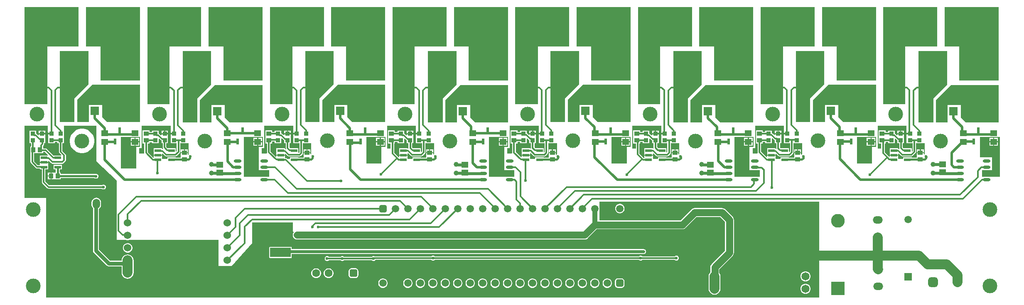
<source format=gbl>
G04*
G04 #@! TF.GenerationSoftware,Altium Limited,Altium Designer,21.2.2 (38)*
G04*
G04 Layer_Physical_Order=2*
G04 Layer_Color=16711680*
%FSLAX25Y25*%
%MOIN*%
G70*
G04*
G04 #@! TF.SameCoordinates,CC4574EB-D44E-4940-9A72-5AA28DA6A015*
G04*
G04*
G04 #@! TF.FilePolarity,Positive*
G04*
G01*
G75*
%ADD36C,0.06299*%
%ADD56R,0.03937X0.03543*%
%ADD57R,0.05512X0.05118*%
%ADD59R,0.03740X0.03347*%
%ADD64R,0.05315X0.04528*%
%ADD67R,0.03543X0.03937*%
%ADD68C,0.03150*%
%ADD69C,0.01181*%
%ADD73C,0.02362*%
%ADD74C,0.05512*%
%ADD76C,0.01575*%
%ADD78C,0.03937*%
%ADD79C,0.07874*%
%ADD80O,0.17717X0.21654*%
%ADD81C,0.06000*%
%ADD82R,0.06000X0.06000*%
%ADD83C,0.05906*%
%ADD84R,0.05906X0.05906*%
%ADD85O,0.07874X0.05906*%
%ADD86O,0.05906X0.07874*%
G04:AMPARAMS|DCode=87|XSize=62.99mil|YSize=62.99mil|CornerRadius=15.75mil|HoleSize=0mil|Usage=FLASHONLY|Rotation=180.000|XOffset=0mil|YOffset=0mil|HoleType=Round|Shape=RoundedRectangle|*
%AMROUNDEDRECTD87*
21,1,0.06299,0.03150,0,0,180.0*
21,1,0.03150,0.06299,0,0,180.0*
1,1,0.03150,-0.01575,0.01575*
1,1,0.03150,0.01575,0.01575*
1,1,0.03150,0.01575,-0.01575*
1,1,0.03150,-0.01575,-0.01575*
%
%ADD87ROUNDEDRECTD87*%
%ADD88O,0.13780X0.10630*%
%ADD89R,0.06500X0.06500*%
%ADD90C,0.06500*%
%ADD91C,0.06200*%
%ADD92C,0.05984*%
G04:AMPARAMS|DCode=93|XSize=59.84mil|YSize=59.84mil|CornerRadius=14.96mil|HoleSize=0mil|Usage=FLASHONLY|Rotation=0.000|XOffset=0mil|YOffset=0mil|HoleType=Round|Shape=RoundedRectangle|*
%AMROUNDEDRECTD93*
21,1,0.05984,0.02992,0,0,0.0*
21,1,0.02992,0.05984,0,0,0.0*
1,1,0.02992,0.01496,-0.01496*
1,1,0.02992,-0.01496,-0.01496*
1,1,0.02992,-0.01496,0.01496*
1,1,0.02992,0.01496,0.01496*
%
%ADD93ROUNDEDRECTD93*%
%ADD94C,0.11024*%
%ADD95R,0.11024X0.11024*%
G04:AMPARAMS|DCode=96|XSize=76.77mil|YSize=76.77mil|CornerRadius=19.19mil|HoleSize=0mil|Usage=FLASHONLY|Rotation=0.000|XOffset=0mil|YOffset=0mil|HoleType=Round|Shape=RoundedRectangle|*
%AMROUNDEDRECTD96*
21,1,0.07677,0.03839,0,0,0.0*
21,1,0.03839,0.07677,0,0,0.0*
1,1,0.03839,0.01919,-0.01919*
1,1,0.03839,-0.01919,-0.01919*
1,1,0.03839,-0.01919,0.01919*
1,1,0.03839,0.01919,0.01919*
%
%ADD96ROUNDEDRECTD96*%
%ADD97C,0.07677*%
%ADD98C,0.06496*%
%ADD99C,0.11811*%
%ADD100C,0.03937*%
%ADD101C,0.02362*%
%ADD102C,0.03150*%
%ADD103R,0.05200X0.02200*%
%ADD104R,0.02362X0.04528*%
G04:AMPARAMS|DCode=105|XSize=61.02mil|YSize=23.62mil|CornerRadius=11.81mil|HoleSize=0mil|Usage=FLASHONLY|Rotation=180.000|XOffset=0mil|YOffset=0mil|HoleType=Round|Shape=RoundedRectangle|*
%AMROUNDEDRECTD105*
21,1,0.06102,0.00000,0,0,180.0*
21,1,0.03740,0.02362,0,0,180.0*
1,1,0.02362,-0.01870,0.00000*
1,1,0.02362,0.01870,0.00000*
1,1,0.02362,0.01870,0.00000*
1,1,0.02362,-0.01870,0.00000*
%
%ADD105ROUNDEDRECTD105*%
%ADD106R,0.06299X0.14370*%
%ADD107C,0.01968*%
G36*
X786417Y176772D02*
X754921Y176772D01*
Y204331D01*
X743110Y204331D01*
Y235827D01*
X786417D01*
Y176772D01*
D02*
G37*
G36*
X687992D02*
X656496Y176772D01*
Y204331D01*
X644685Y204331D01*
Y235827D01*
X687992D01*
Y176772D01*
D02*
G37*
G36*
X589567D02*
X558071Y176772D01*
Y204331D01*
X546260Y204331D01*
Y235827D01*
X589567D01*
Y176772D01*
D02*
G37*
G36*
X491142D02*
X459646Y176772D01*
Y204331D01*
X447835Y204331D01*
Y235827D01*
X491142D01*
Y176772D01*
D02*
G37*
G36*
X392717D02*
X361221Y176772D01*
Y204331D01*
X349410Y204331D01*
Y235827D01*
X392717D01*
Y176772D01*
D02*
G37*
G36*
X294291D02*
X262795Y176772D01*
Y204331D01*
X250984Y204331D01*
Y235827D01*
X294291D01*
Y176772D01*
D02*
G37*
G36*
X195866D02*
X164370Y176772D01*
Y204331D01*
X152559Y204331D01*
Y235827D01*
X195866D01*
Y176772D01*
D02*
G37*
G36*
X97441D02*
X65945Y176772D01*
Y204331D01*
X54134Y204331D01*
Y235827D01*
X97441D01*
Y176772D01*
D02*
G37*
G36*
X737205Y204331D02*
X711614D01*
Y157874D01*
X693898D01*
Y235827D01*
X737205D01*
Y204331D01*
D02*
G37*
G36*
X540354D02*
X514764D01*
Y157874D01*
X497047D01*
Y235827D01*
X540354D01*
Y204331D01*
D02*
G37*
G36*
X343504D02*
X317913D01*
Y157874D01*
X300197D01*
Y235827D01*
X343504D01*
Y204331D01*
D02*
G37*
G36*
X146653D02*
X121063D01*
Y157874D01*
X103347D01*
Y235827D01*
X146653D01*
Y204331D01*
D02*
G37*
G36*
X638779D02*
X613583D01*
X613583Y157874D01*
X606091D01*
X606091Y157874D01*
X604539D01*
X604539Y157874D01*
X595472D01*
X595472Y235827D01*
X638779D01*
Y204331D01*
D02*
G37*
G36*
X441929D02*
X416732D01*
X416732Y157874D01*
X409241D01*
X409240Y157874D01*
X407689D01*
X407689Y157874D01*
X398622D01*
X398622Y235827D01*
X441929D01*
Y204331D01*
D02*
G37*
G36*
X245079D02*
X219882D01*
X219882Y157874D01*
X212390D01*
X212390Y157874D01*
X210839D01*
X210838Y157874D01*
X201772D01*
Y159055D01*
D01*
X201772Y235827D01*
X245079D01*
Y204331D01*
D02*
G37*
G36*
X48228D02*
X23031D01*
X23031Y157874D01*
X15540D01*
X15539Y157874D01*
X13988D01*
X13988Y157874D01*
X4921D01*
Y159055D01*
D01*
X4921Y235827D01*
X48228D01*
Y204331D01*
D02*
G37*
G36*
X687992Y173425D02*
X687992Y143504D01*
X661614Y143504D01*
X657677Y147441D01*
X657677Y157283D01*
X647047Y157283D01*
X647047Y143504D01*
X637598Y143504D01*
Y161221D01*
X649803Y173425D01*
X687992Y173425D01*
D02*
G37*
G36*
X646654Y200591D02*
X646654Y173819D01*
X635236Y162402D01*
X635236Y143504D01*
X623819Y143504D01*
X623819Y200591D01*
X646654Y200591D01*
D02*
G37*
G36*
X491142Y173425D02*
X491142Y143504D01*
X464764Y143504D01*
X460827Y147441D01*
X460827Y157283D01*
X450197Y157283D01*
X450197Y143504D01*
X440748Y143504D01*
Y161221D01*
X452953Y173425D01*
X491142Y173425D01*
D02*
G37*
G36*
X449803Y200591D02*
X449803Y173819D01*
X438386Y162402D01*
X438386Y143504D01*
X426968Y143504D01*
X426968Y200591D01*
X449803Y200591D01*
D02*
G37*
G36*
X294291Y173425D02*
X294291Y143504D01*
X267913Y143504D01*
X263976Y147441D01*
X263976Y157283D01*
X253346Y157283D01*
X253346Y143504D01*
X243898Y143504D01*
Y161221D01*
X256102Y173425D01*
X294291Y173425D01*
D02*
G37*
G36*
X252953Y200591D02*
X252953Y173819D01*
X241535Y162402D01*
X241535Y143504D01*
X230118Y143504D01*
X230118Y200591D01*
X252953Y200591D01*
D02*
G37*
G36*
X97441Y173425D02*
X97441Y143504D01*
X71063Y143504D01*
X67126Y147441D01*
X67126Y157283D01*
X56496Y157283D01*
X56496Y143504D01*
X47047Y143504D01*
Y161221D01*
X59252Y173425D01*
X97441Y173425D01*
D02*
G37*
G36*
X56102Y200591D02*
X56102Y173819D01*
X44685Y162402D01*
X44685Y143504D01*
X33268Y143504D01*
X33268Y200591D01*
X56102Y200591D01*
D02*
G37*
G36*
X786417Y173228D02*
X786417Y143307D01*
X760039Y143307D01*
X756102Y147244D01*
X756102Y157087D01*
X745472Y157087D01*
X745472Y143307D01*
X736024Y143307D01*
Y161024D01*
X748228Y173228D01*
X786417Y173228D01*
D02*
G37*
G36*
X589567D02*
X589567Y143307D01*
X563189Y143307D01*
X559252Y147244D01*
X559252Y157087D01*
X548622Y157087D01*
X548622Y143307D01*
X539173Y143307D01*
Y161024D01*
X551378Y173228D01*
X589567Y173228D01*
D02*
G37*
G36*
X392717D02*
X392717Y143307D01*
X366339Y143307D01*
X362402Y147244D01*
X362402Y157087D01*
X351772Y157087D01*
X351772Y143307D01*
X342323Y143307D01*
Y161024D01*
X354528Y173228D01*
X392717Y173228D01*
D02*
G37*
G36*
X195866D02*
X195866Y143307D01*
X169488Y143307D01*
X165551Y147244D01*
X165551Y157087D01*
X154921Y157087D01*
X154921Y143307D01*
X145472Y143307D01*
Y161024D01*
X157677Y173228D01*
X195866Y173228D01*
D02*
G37*
G36*
X745079Y200394D02*
X745079Y173622D01*
X734055Y162598D01*
X734055Y143307D01*
X722244Y143307D01*
X722244Y200394D01*
X745079Y200394D01*
D02*
G37*
G36*
X548228D02*
X548228Y173622D01*
X537205Y162598D01*
X537205Y143307D01*
X525394Y143307D01*
X525394Y200394D01*
X548228Y200394D01*
D02*
G37*
G36*
X351378D02*
X351378Y173622D01*
X340354Y162598D01*
X340354Y143307D01*
X328543Y143307D01*
X328543Y200394D01*
X351378Y200394D01*
D02*
G37*
G36*
X154528D02*
X154528Y173622D01*
X143504Y162598D01*
X143504Y143307D01*
X131693Y143307D01*
X131693Y200394D01*
X154528Y200394D01*
D02*
G37*
G36*
X212688Y129026D02*
X213091Y128757D01*
Y126476D01*
X214537D01*
Y122641D01*
X214644Y122103D01*
X214666Y122070D01*
X214599Y121940D01*
X214336Y121665D01*
X213907Y121750D01*
X213735D01*
Y122517D01*
X206961D01*
Y118742D01*
Y117323D01*
X213735D01*
Y117876D01*
X214197Y118068D01*
X215936Y116329D01*
X216391Y116025D01*
X216929Y115918D01*
X225590D01*
X226128Y116025D01*
X226584Y116329D01*
X227765Y117510D01*
X228070Y117966D01*
X228177Y118504D01*
Y126476D01*
X233366D01*
Y126476D01*
X234941D01*
X234941Y117723D01*
X234752Y117588D01*
X234252Y117845D01*
Y118405D01*
X231496D01*
X228740D01*
Y116240D01*
X228740Y116240D01*
Y116043D01*
X228740D01*
X228740Y115740D01*
Y114962D01*
X224535D01*
Y115117D01*
X217761D01*
Y113878D01*
X215668D01*
X215323Y114223D01*
X214868Y114527D01*
X214330Y114634D01*
X213735D01*
Y116535D01*
X206961D01*
Y115800D01*
X206499Y115609D01*
X202192Y119915D01*
Y126279D01*
X203543D01*
Y127729D01*
X205610D01*
Y126477D01*
X210925D01*
Y130136D01*
X211387Y130327D01*
X212688Y129026D01*
D02*
G37*
G36*
X409420Y129223D02*
X409876Y128919D01*
X409876Y128919D01*
X409941Y128905D01*
Y126476D01*
X411194D01*
Y122617D01*
X411199Y122588D01*
X410775Y122219D01*
X410586Y122294D01*
Y122517D01*
X403811D01*
Y118742D01*
Y117323D01*
X410586D01*
Y118216D01*
X411086Y118423D01*
X413180Y116329D01*
X413636Y116025D01*
X414173Y115918D01*
X422047D01*
X422585Y116025D01*
X423041Y116329D01*
X424615Y117904D01*
X424920Y118360D01*
X425027Y118898D01*
Y126476D01*
X430216D01*
Y126476D01*
X431988D01*
X431988Y117528D01*
X431924Y117485D01*
X431759Y117417D01*
X431640Y117298D01*
X431590Y117265D01*
X431102Y117467D01*
Y118405D01*
X428346D01*
X425591D01*
Y116240D01*
X425591Y116240D01*
Y116043D01*
X425591D01*
X425591Y115740D01*
Y114962D01*
X421386D01*
Y115117D01*
X414611D01*
Y113878D01*
X410586D01*
Y116535D01*
X403811D01*
Y115419D01*
X403311Y115211D01*
X399043Y119480D01*
Y126279D01*
X400394D01*
Y127532D01*
X402461D01*
Y126477D01*
X407775D01*
Y130214D01*
X408238Y130405D01*
X409420Y129223D01*
D02*
G37*
G36*
X310995Y129026D02*
X311450Y128722D01*
X311450Y128722D01*
X311516Y128709D01*
Y126476D01*
X312962D01*
Y122538D01*
X312982Y122438D01*
X312641Y122109D01*
X312161Y122247D01*
Y122517D01*
X305386D01*
Y118742D01*
Y117323D01*
X312161D01*
Y118216D01*
X312661Y118423D01*
X314755Y116329D01*
X315210Y116025D01*
X315748Y115918D01*
X323228D01*
X323766Y116025D01*
X324222Y116329D01*
X326190Y118298D01*
X326495Y118754D01*
X326602Y119291D01*
Y126378D01*
X333465Y126378D01*
X333465Y117626D01*
X333154Y117411D01*
X332677Y117634D01*
Y118405D01*
X329921D01*
X327165D01*
Y116240D01*
X327165Y116240D01*
Y116043D01*
X327165D01*
X327165Y115740D01*
Y114991D01*
X322961D01*
Y115117D01*
X316186D01*
Y113779D01*
X312161D01*
Y116535D01*
X305386D01*
Y115419D01*
X304886Y115211D01*
X301405Y118692D01*
Y126279D01*
X301968D01*
Y127532D01*
X304035D01*
Y126477D01*
X309350D01*
Y130017D01*
X309812Y130209D01*
X310995Y129026D01*
D02*
G37*
G36*
X606270Y129223D02*
X606726Y128919D01*
X606726Y128919D01*
X606791Y128905D01*
Y126476D01*
X608238D01*
Y122247D01*
X608260Y122135D01*
X607916Y121808D01*
X607436Y121944D01*
Y122517D01*
X600661D01*
Y118742D01*
Y117323D01*
X607436D01*
Y117876D01*
X607898Y118068D01*
X609636Y116329D01*
X610092Y116025D01*
X610630Y115918D01*
X618504D01*
X619042Y116025D01*
X619497Y116329D01*
X621466Y118298D01*
X621770Y118754D01*
X621877Y119291D01*
Y126476D01*
X627067D01*
Y126476D01*
X628839D01*
X628839Y117528D01*
X628774Y117485D01*
X628609Y117417D01*
X628491Y117298D01*
X628441Y117265D01*
X627953Y117467D01*
Y118405D01*
X625197D01*
X622441D01*
Y116240D01*
X622441Y116240D01*
Y116043D01*
X622441D01*
X622441Y115740D01*
Y114962D01*
X618236D01*
Y115117D01*
X611461D01*
Y113878D01*
X607436D01*
Y116535D01*
X600661D01*
Y115758D01*
X600199Y115567D01*
X595893Y119873D01*
Y126280D01*
X597244D01*
Y127532D01*
X598622D01*
X598622Y127532D01*
X599311D01*
Y126476D01*
X604626D01*
Y130214D01*
X605088Y130405D01*
X606270Y129223D01*
D02*
G37*
G36*
X507845Y129026D02*
X508301Y128722D01*
X508301Y128722D01*
X508366Y128709D01*
Y126476D01*
X509619D01*
Y122835D01*
X509649Y122684D01*
X509260Y122274D01*
X509154Y122300D01*
X509011Y122405D01*
Y122517D01*
X502236D01*
Y118742D01*
Y117323D01*
X509011D01*
Y118216D01*
X509511Y118423D01*
X511605Y116329D01*
X512061Y116025D01*
X512598Y115918D01*
X520472D01*
X521010Y116025D01*
X521466Y116329D01*
X523041Y117904D01*
X523345Y118360D01*
X523452Y118898D01*
Y126378D01*
X530315Y126378D01*
X530315Y117626D01*
X530004Y117411D01*
X529528Y117634D01*
Y118405D01*
X526772D01*
X524016D01*
Y116240D01*
X524016Y116240D01*
Y116043D01*
X524016D01*
X524016Y115740D01*
Y114962D01*
X519811D01*
Y115117D01*
X513036D01*
Y113779D01*
X509011D01*
Y116535D01*
X502236D01*
Y114634D01*
X501723D01*
X498255Y118102D01*
Y126280D01*
X498819D01*
Y127532D01*
X500886D01*
Y126476D01*
X506201D01*
Y130017D01*
X506663Y130209D01*
X507845Y129026D01*
D02*
G37*
G36*
X114144D02*
X114600Y128722D01*
X114600Y128722D01*
X114665Y128709D01*
Y126476D01*
X115718D01*
Y123035D01*
X115825Y122497D01*
X116060Y122145D01*
X115910Y121825D01*
X115794Y121711D01*
X115310Y121781D01*
Y122517D01*
X108535D01*
Y118742D01*
Y117323D01*
X115310D01*
Y117876D01*
X115772Y118068D01*
X117510Y116329D01*
X117966Y116025D01*
X118504Y115918D01*
X125984D01*
X126522Y116025D01*
X126978Y116329D01*
X129340Y118692D01*
X129645Y119147D01*
X129751Y119685D01*
Y126378D01*
X136614Y126378D01*
X136614Y117503D01*
X136284Y117242D01*
X135827Y117443D01*
Y118405D01*
X133071D01*
X130315D01*
Y116240D01*
X130315Y116240D01*
Y116043D01*
X130315D01*
X130315Y115740D01*
Y114962D01*
X126110D01*
Y115117D01*
X119335D01*
Y113779D01*
X115310D01*
Y116535D01*
X108535D01*
Y115217D01*
X108116Y115015D01*
X108035Y115009D01*
X103767Y119278D01*
Y126280D01*
X105118D01*
Y127335D01*
X107185D01*
Y126476D01*
X112500D01*
Y130017D01*
X112962Y130209D01*
X114144Y129026D01*
D02*
G37*
G36*
X704695D02*
X705151Y128722D01*
X705151Y128722D01*
X705217Y128709D01*
Y126476D01*
X706663D01*
Y122641D01*
X706746Y122221D01*
X706443Y121941D01*
X706341Y121890D01*
X706286Y121927D01*
X705861Y122012D01*
Y122517D01*
X699087D01*
Y118742D01*
Y117323D01*
X705861D01*
Y117876D01*
X706323Y118068D01*
X708062Y116329D01*
X708518Y116025D01*
X709055Y115918D01*
X716535D01*
X717073Y116025D01*
X717529Y116329D01*
X719891Y118692D01*
X720196Y119147D01*
X720303Y119685D01*
Y126378D01*
X727165Y126378D01*
X727165Y117626D01*
X726855Y117411D01*
X726378Y117634D01*
Y118405D01*
X723622D01*
Y118799D01*
D01*
Y118405D01*
X720866D01*
Y116240D01*
X720866Y116240D01*
Y116043D01*
X720866D01*
X720866Y115740D01*
Y114962D01*
X716661D01*
Y115117D01*
X709887D01*
Y113779D01*
X705861D01*
Y116535D01*
X699087D01*
Y115758D01*
X698625Y115567D01*
X695106Y119086D01*
Y126280D01*
X695669D01*
Y127532D01*
X696850D01*
X696850Y127532D01*
X697736D01*
Y126476D01*
X703051D01*
Y130017D01*
X703513Y130209D01*
X704695Y129026D01*
D02*
G37*
G36*
X62598Y111811D02*
X78740Y96388D01*
X78740Y48819D01*
X86296D01*
X87060Y48614D01*
X88058D01*
X88822Y48819D01*
X160630Y48819D01*
X160630Y27953D01*
X171260Y27953D01*
X187402Y46039D01*
Y62992D01*
X220079D01*
X220079Y55512D01*
X220640D01*
X220887Y55012D01*
X220527Y54543D01*
X220170Y53681D01*
X220048Y52756D01*
X220170Y51831D01*
X220527Y50969D01*
X221095Y50229D01*
X221835Y49661D01*
X222697Y49304D01*
X223622Y49182D01*
X454235D01*
X455160Y49304D01*
X456022Y49661D01*
X456762Y50229D01*
X463982Y57449D01*
X532676D01*
X533601Y57570D01*
X534463Y57927D01*
X535203Y58495D01*
X544000Y67292D01*
X563087D01*
X566899Y63480D01*
Y40063D01*
X556157Y29322D01*
X555589Y28582D01*
X555232Y27720D01*
X555111Y26795D01*
Y22923D01*
X554369Y21957D01*
X553893Y20808D01*
X553731Y19575D01*
Y9575D01*
X553893Y8342D01*
X554369Y7192D01*
X555127Y6205D01*
X556113Y5448D01*
X557263Y4972D01*
X558496Y4810D01*
X559729Y4972D01*
X560879Y5448D01*
X561866Y6205D01*
X562623Y7192D01*
X563099Y8342D01*
X563261Y9575D01*
Y19575D01*
X563099Y20808D01*
X562623Y21957D01*
X562258Y22433D01*
Y25314D01*
X572999Y36056D01*
X573567Y36796D01*
X573924Y37658D01*
X574046Y38583D01*
Y64961D01*
X573924Y65886D01*
X573567Y66748D01*
X572999Y67488D01*
X567094Y73393D01*
X566354Y73961D01*
X565492Y74318D01*
X564567Y74440D01*
X542520D01*
X541595Y74318D01*
X540733Y73961D01*
X539993Y73393D01*
X531196Y64596D01*
X466142D01*
Y67623D01*
Y72930D01*
X466299Y73518D01*
Y74513D01*
X466142Y75101D01*
Y79528D01*
X642520D01*
X642520Y2362D01*
X22047Y2362D01*
X22047Y82677D01*
X4724Y82677D01*
Y140551D01*
X23622D01*
Y135039D01*
X23720D01*
Y134449D01*
X26378D01*
Y133661D01*
X23720D01*
Y131898D01*
X23720Y131595D01*
X23720Y131095D01*
Y126476D01*
X29035D01*
Y127532D01*
X31201D01*
Y126476D01*
X32453D01*
Y119685D01*
X32560Y119147D01*
X32865Y118692D01*
X34445Y117111D01*
X34238Y116611D01*
X28092D01*
X22844Y121860D01*
X22388Y122164D01*
X21850Y122271D01*
X19783D01*
Y124016D01*
X19783D01*
X19802Y124508D01*
X20085Y124791D01*
X20390Y125247D01*
X20497Y125785D01*
Y126476D01*
X21555D01*
Y131094D01*
X21555Y131398D01*
X21555D01*
Y131594D01*
X21555D01*
Y133661D01*
X18898D01*
X16240D01*
Y133132D01*
X15778Y132941D01*
X14753Y133966D01*
X14298Y134270D01*
X14298Y134270D01*
X14075Y134315D01*
Y136516D01*
X8760D01*
Y131898D01*
X8760Y131595D01*
X8760D01*
Y131398D01*
X8760D01*
Y126477D01*
X10012D01*
Y124016D01*
X9350D01*
Y118504D01*
X9619D01*
Y111417D01*
X9726Y110880D01*
X10030Y110424D01*
X13967Y106487D01*
X14423Y106182D01*
X14961Y106075D01*
X17197D01*
Y105436D01*
X18674D01*
Y95276D01*
X18781Y94738D01*
X19085Y94282D01*
X23022Y90345D01*
X23478Y90041D01*
X24016Y89934D01*
X66731D01*
X66995Y89670D01*
X67719Y89370D01*
X68502D01*
X69225Y89670D01*
X69779Y90223D01*
X70079Y90947D01*
Y91730D01*
X69779Y92454D01*
X69225Y93007D01*
X68502Y93307D01*
X67719D01*
X66995Y93007D01*
X66731Y92743D01*
X24598D01*
X21484Y95858D01*
Y105436D01*
X23972D01*
Y109136D01*
Y110630D01*
X17197D01*
Y108885D01*
X15543D01*
X12429Y111999D01*
Y118504D01*
X14468D01*
Y118504D01*
X14665D01*
Y118504D01*
X19783D01*
Y119461D01*
X21268D01*
X23619Y117111D01*
X23412Y116611D01*
X17197D01*
Y112836D01*
Y111417D01*
X23972D01*
Y112088D01*
X24433Y112280D01*
X26289Y110424D01*
X26745Y110119D01*
X26745Y110119D01*
X27283Y110012D01*
X35236D01*
X35774Y110119D01*
X36230Y110424D01*
X37608Y111802D01*
X37912Y112258D01*
X38019Y112795D01*
Y116929D01*
X37912Y117467D01*
X37608Y117922D01*
X35263Y120267D01*
Y126476D01*
X36516D01*
Y131095D01*
X36516Y131398D01*
X36516Y131898D01*
Y135039D01*
X36614D01*
Y140551D01*
X62598D01*
X62598Y111811D01*
D02*
G37*
G36*
X589764Y131496D02*
X589764Y123622D01*
X586614Y123622D01*
X586614Y104724D01*
X594828D01*
X594828Y99606D01*
X574409Y99606D01*
X574409Y131496D01*
X589764Y131496D01*
D02*
G37*
G36*
X392913D02*
X392913Y123622D01*
X389764Y123622D01*
X389764Y104724D01*
X397977D01*
X397977Y99606D01*
X377559Y99606D01*
X377559Y131496D01*
X392913Y131496D01*
D02*
G37*
G36*
X688091D02*
X688091Y123622D01*
X684941Y123622D01*
X684941Y110236D01*
X672736Y110236D01*
X672736Y131496D01*
X688091Y131496D01*
D02*
G37*
G36*
X491240D02*
X491240Y123622D01*
X488091Y123622D01*
X488091Y110236D01*
X475886Y110236D01*
X475886Y131496D01*
X491240Y131496D01*
D02*
G37*
G36*
X294390D02*
X294390Y123622D01*
X291240Y123622D01*
X291240Y110236D01*
X279035Y110236D01*
X279035Y131496D01*
X294390Y131496D01*
D02*
G37*
G36*
X196063Y131496D02*
X196063Y123622D01*
X192913Y123622D01*
X192913Y104724D01*
X201127D01*
X201127Y99606D01*
X180709Y99606D01*
X180709Y131496D01*
X196063Y131496D01*
D02*
G37*
G36*
X97539D02*
X97539Y123622D01*
X94390Y123622D01*
X94390Y106299D01*
X82185Y106299D01*
X82185Y131496D01*
X97539Y131496D01*
D02*
G37*
G36*
X122046Y140551D02*
X122049Y126378D01*
X126942Y126378D01*
Y120267D01*
X126572Y119898D01*
X126110Y120089D01*
Y122517D01*
X119628D01*
X118528Y123616D01*
Y126476D01*
X119980D01*
Y131095D01*
X119980Y131398D01*
X119980D01*
Y131595D01*
X119980D01*
Y133661D01*
X117323D01*
X114665D01*
Y133132D01*
X114203Y132941D01*
X113179Y133966D01*
X112723Y134271D01*
X112723Y134271D01*
X112500Y134315D01*
Y136516D01*
X107185D01*
Y135460D01*
X105118D01*
Y136713D01*
X99606D01*
Y131594D01*
X99606D01*
Y131398D01*
X99606D01*
Y126280D01*
X100957D01*
Y118696D01*
X100976Y118601D01*
X100566Y118099D01*
X97205Y118087D01*
X96850Y118440D01*
Y122441D01*
X98819D01*
Y140551D01*
X122046Y140551D01*
D02*
G37*
G36*
X712598Y140551D02*
X712601Y126378D01*
X717493Y126378D01*
Y120267D01*
X717123Y119898D01*
X716661Y120089D01*
Y122517D01*
X710179D01*
X709473Y123223D01*
Y126476D01*
X710532D01*
Y131094D01*
X710532Y131398D01*
X710532D01*
Y131595D01*
X710532D01*
Y133661D01*
X707874D01*
X705217D01*
Y133132D01*
X704755Y132941D01*
X703730Y133966D01*
X703274Y134271D01*
X703274Y134271D01*
X703051Y134315D01*
Y136516D01*
X697736D01*
Y135460D01*
X695669D01*
Y136713D01*
X690157D01*
Y131594D01*
X690157D01*
Y131398D01*
X690157D01*
Y126280D01*
X692296D01*
Y122049D01*
X689724Y122040D01*
X689502Y122261D01*
X689370Y122539D01*
Y140551D01*
X712598Y140551D01*
D02*
G37*
G36*
X318897Y140551D02*
X318900Y126378D01*
X323792Y126378D01*
Y119873D01*
X323423Y119504D01*
X322961Y119695D01*
Y122517D01*
X316375D01*
X315772Y123119D01*
Y126476D01*
X316831D01*
Y131094D01*
X316831Y131398D01*
X316831D01*
Y131594D01*
X316831D01*
Y133661D01*
X314173D01*
Y134055D01*
D01*
Y133661D01*
X311516D01*
Y133132D01*
X311054Y132941D01*
X310029Y133966D01*
X309573Y134271D01*
X309573Y134271D01*
X309350Y134315D01*
Y136516D01*
X304035D01*
Y135460D01*
X301968D01*
Y136713D01*
X296457D01*
Y131595D01*
X296457D01*
Y131397D01*
X296457D01*
Y126279D01*
X298595D01*
Y122049D01*
X296024Y122040D01*
X295802Y122261D01*
X295669Y122539D01*
Y140551D01*
X318897Y140551D01*
D02*
G37*
G36*
X614271Y140650D02*
X614272Y136275D01*
Y131595D01*
X614272Y131595D01*
X614272Y131397D01*
X614272D01*
X614272Y131095D01*
Y126476D01*
X619067D01*
Y119873D01*
X618698Y119504D01*
X618236Y119695D01*
Y122517D01*
X611461D01*
X611461Y122517D01*
Y122517D01*
X611087Y122790D01*
X611048Y122829D01*
Y126476D01*
X612106D01*
Y131094D01*
X612106Y131398D01*
X612106D01*
Y131595D01*
X612106D01*
Y133661D01*
X609449D01*
X606791D01*
Y133329D01*
X606329Y133138D01*
X605304Y134163D01*
X604849Y134467D01*
X604849Y134467D01*
X604626Y134512D01*
Y136516D01*
X599311D01*
Y135657D01*
X597244D01*
Y136713D01*
X591732D01*
Y131595D01*
X591732D01*
Y131398D01*
X591732D01*
Y126280D01*
X593083D01*
Y119291D01*
X593190Y118754D01*
X593226Y118699D01*
X592960Y118198D01*
X589429Y118185D01*
X589075Y118538D01*
Y122539D01*
X591043D01*
Y140650D01*
X614271Y140650D01*
D02*
G37*
G36*
X515747Y140551D02*
X515750Y126378D01*
X520642Y126378D01*
Y119480D01*
X520311Y119148D01*
X519811Y119355D01*
Y122517D01*
X513329D01*
X512429Y123417D01*
Y126476D01*
X513681D01*
Y131094D01*
X513681Y131398D01*
X513681D01*
Y131595D01*
X513681D01*
Y133661D01*
X511024D01*
X508366D01*
Y133132D01*
X507904Y132941D01*
X506879Y133966D01*
X506424Y134271D01*
X506424Y134271D01*
X506201Y134315D01*
Y136516D01*
X500886D01*
Y135460D01*
X498819D01*
Y136713D01*
X493307D01*
Y131595D01*
X493307D01*
Y131398D01*
X493307D01*
Y126280D01*
X495445D01*
Y122049D01*
X492874Y122040D01*
X492652Y122261D01*
X492520Y122539D01*
Y140551D01*
X515747Y140551D01*
D02*
G37*
G36*
X417420Y140650D02*
X417421Y136320D01*
Y131595D01*
X417421Y131595D01*
X417421Y131398D01*
X417421D01*
X417421Y131095D01*
Y126476D01*
X422217D01*
Y119480D01*
X421886Y119148D01*
X421386Y119355D01*
Y122517D01*
X414686D01*
X414003Y123199D01*
Y126476D01*
X415256D01*
Y131094D01*
X415256Y131398D01*
X415256D01*
Y131594D01*
X415256D01*
Y133661D01*
X412599D01*
X409941D01*
Y133329D01*
X409479Y133138D01*
X408454Y134163D01*
X407998Y134467D01*
X407998Y134467D01*
X407775Y134512D01*
Y136516D01*
X402461D01*
Y135657D01*
X400394D01*
Y136713D01*
X394882D01*
Y131595D01*
X394882D01*
Y131397D01*
X394882D01*
Y126279D01*
X396233D01*
Y118898D01*
X396272Y118699D01*
X395893Y118198D01*
X392579Y118185D01*
X392224Y118538D01*
Y122539D01*
X394193D01*
Y140650D01*
X417420Y140650D01*
D02*
G37*
G36*
X220373Y140650D02*
X220376Y126476D01*
X220571D01*
Y126476D01*
X225367D01*
Y119105D01*
X225032Y118785D01*
X224535Y118842D01*
Y122517D01*
X218053D01*
X217347Y123223D01*
Y126476D01*
X218406D01*
Y131094D01*
X218406Y131398D01*
X218406D01*
Y131594D01*
X218406D01*
Y133661D01*
X215748D01*
X213091D01*
Y133250D01*
X212629Y133059D01*
X211722Y133966D01*
X211266Y134270D01*
X210925Y134338D01*
Y136516D01*
X205610D01*
Y135657D01*
X203543D01*
Y136713D01*
X198031D01*
Y131595D01*
X198031D01*
Y131397D01*
X198031D01*
Y126279D01*
X199382D01*
Y119333D01*
X199489Y118796D01*
X199553Y118700D01*
X199286Y118199D01*
X195531Y118185D01*
X195177Y118538D01*
Y122539D01*
X197146D01*
Y140650D01*
X220373Y140650D01*
D02*
G37*
G36*
X787402Y99606D02*
X773228D01*
Y104724D01*
X781102D01*
Y115025D01*
X771654D01*
Y131496D01*
X787402D01*
X787402Y99606D01*
D02*
G37*
%LPC*%
G36*
X234252Y121358D02*
X231890D01*
Y119193D01*
X234252D01*
Y121358D01*
D02*
G37*
G36*
X231102D02*
X228740D01*
Y119193D01*
X231102D01*
Y121358D01*
D02*
G37*
G36*
X431102Y121358D02*
X428740D01*
Y119193D01*
X431102D01*
Y121358D01*
D02*
G37*
G36*
X427953D02*
X425591D01*
Y119193D01*
X427953D01*
Y121358D01*
D02*
G37*
G36*
X332677D02*
X330315D01*
Y119193D01*
X332677D01*
Y121358D01*
D02*
G37*
G36*
X329528D02*
X327165D01*
Y119193D01*
X329528D01*
Y121358D01*
D02*
G37*
G36*
X627953Y121358D02*
X625591D01*
Y119193D01*
X627953D01*
Y121358D01*
D02*
G37*
G36*
X624803D02*
X622441D01*
Y119193D01*
X624803D01*
Y121358D01*
D02*
G37*
G36*
X529528D02*
X527165D01*
Y119193D01*
X529528D01*
Y121358D01*
D02*
G37*
G36*
X526378D02*
X524016D01*
Y119193D01*
X526378D01*
Y121358D01*
D02*
G37*
G36*
X135827Y121358D02*
X133465D01*
Y119193D01*
X135827D01*
Y121358D01*
D02*
G37*
G36*
X132677D02*
X130315D01*
Y119193D01*
X132677D01*
Y121358D01*
D02*
G37*
G36*
X726378Y121358D02*
X724016D01*
Y119193D01*
X726378D01*
Y121358D01*
D02*
G37*
G36*
X723228D02*
X720866D01*
Y119193D01*
X723228D01*
Y121358D01*
D02*
G37*
G36*
X21555Y136516D02*
X19291D01*
Y134449D01*
X21555D01*
Y136516D01*
D02*
G37*
G36*
X18504D02*
X16240D01*
Y134449D01*
X18504D01*
Y136516D01*
D02*
G37*
G36*
X51954Y138189D02*
X50015D01*
X48113Y137811D01*
X46322Y137069D01*
X44710Y135992D01*
X43339Y134621D01*
X42262Y133009D01*
X41520Y131217D01*
X41142Y129316D01*
Y127377D01*
X41520Y125476D01*
X42262Y123684D01*
X43339Y122072D01*
X44710Y120701D01*
X46322Y119624D01*
X48113Y118882D01*
X50015Y118504D01*
X51954D01*
X53855Y118882D01*
X55646Y119624D01*
X57258Y120701D01*
X58629Y122072D01*
X59707Y123684D01*
X60448Y125476D01*
X60827Y127377D01*
Y129316D01*
X60448Y131217D01*
X59707Y133009D01*
X58629Y134621D01*
X57258Y135992D01*
X55646Y137069D01*
X53855Y137811D01*
X51954Y138189D01*
D02*
G37*
G36*
X34772Y109211D02*
X27997D01*
Y105436D01*
X29785D01*
Y103306D01*
X29432Y102953D01*
X28839Y102953D01*
X28339Y102953D01*
X26476D01*
Y100197D01*
Y97441D01*
X28339D01*
X28642Y97441D01*
X29142Y97441D01*
X33957D01*
Y98493D01*
X60928D01*
X61090Y98331D01*
X61813Y98032D01*
X62596D01*
X63320Y98331D01*
X63873Y98885D01*
X64173Y99608D01*
Y100392D01*
X63873Y101115D01*
X63320Y101669D01*
X62596Y101969D01*
X61813D01*
X61175Y101704D01*
X33957D01*
Y102953D01*
X32997D01*
Y105436D01*
X34772D01*
Y109211D01*
D02*
G37*
G36*
X25689Y102953D02*
X23524D01*
Y100591D01*
X25689D01*
Y102953D01*
D02*
G37*
G36*
Y99803D02*
X23524D01*
Y97441D01*
X25689D01*
Y99803D01*
D02*
G37*
G36*
X483017Y77795D02*
X482022D01*
X481061Y77538D01*
X480199Y77040D01*
X479495Y76336D01*
X478998Y75475D01*
X478740Y74513D01*
Y73518D01*
X478998Y72557D01*
X479495Y71695D01*
X480199Y70991D01*
X481061Y70494D01*
X482022Y70236D01*
X483017D01*
X483979Y70494D01*
X484840Y70991D01*
X485544Y71695D01*
X486042Y72557D01*
X486299Y73518D01*
Y74513D01*
X486042Y75475D01*
X485544Y76336D01*
X484840Y77040D01*
X483979Y77538D01*
X483017Y77795D01*
D02*
G37*
G36*
X88058Y46189D02*
X87060D01*
X86097Y45931D01*
X85233Y45432D01*
X84528Y44727D01*
X84030Y43863D01*
X83772Y42900D01*
Y41903D01*
X84030Y40940D01*
X84528Y40076D01*
X85233Y39371D01*
X86097Y38872D01*
X87060Y38614D01*
X88058D01*
X89021Y38872D01*
X89885Y39371D01*
X90590Y40076D01*
X91088Y40940D01*
X91346Y41903D01*
Y42900D01*
X91088Y43863D01*
X90590Y44727D01*
X89885Y45432D01*
X89021Y45931D01*
X88058Y46189D01*
D02*
G37*
G36*
X499604Y36220D02*
X498821D01*
X498098Y35921D01*
X497766Y35589D01*
X333988D01*
X333792Y35785D01*
X333069Y36085D01*
X332286D01*
X331562Y35785D01*
X331298Y35522D01*
X286160D01*
X286032Y35650D01*
X285308Y35950D01*
X284525D01*
X283801Y35650D01*
X283501Y35349D01*
X261135D01*
X260908Y35576D01*
X260185Y35876D01*
X259402D01*
X258678Y35576D01*
X258365Y35263D01*
X249017D01*
X248753Y35527D01*
X248029Y35827D01*
X247246D01*
X246523Y35527D01*
X245969Y34973D01*
X245669Y34250D01*
Y33467D01*
X245969Y32743D01*
X246523Y32189D01*
X247246Y31890D01*
X248029D01*
X248753Y32189D01*
X249017Y32453D01*
X258464D01*
X258678Y32239D01*
X259402Y31939D01*
X260185D01*
X260908Y32239D01*
X261209Y32539D01*
X283574D01*
X283801Y32312D01*
X284525Y32013D01*
X285308D01*
X286032Y32312D01*
X286431Y32712D01*
X331298D01*
X331562Y32448D01*
X332286Y32148D01*
X333069D01*
X333792Y32448D01*
X334124Y32779D01*
X497901D01*
X498098Y32583D01*
X498821Y32283D01*
X499604D01*
X500328Y32583D01*
X500590Y32845D01*
X526576D01*
X526841Y32580D01*
X527564Y32280D01*
X528348D01*
X529071Y32580D01*
X529625Y33134D01*
X529925Y33857D01*
Y34640D01*
X529625Y35364D01*
X529071Y35917D01*
X528348Y36217D01*
X527564D01*
X526841Y35917D01*
X526579Y35655D01*
X500593D01*
X500328Y35921D01*
X499604Y36220D01*
D02*
G37*
G36*
X218504Y43323D02*
X201969D01*
X201661Y43261D01*
X201401Y43087D01*
X201227Y42827D01*
X201166Y42520D01*
Y35039D01*
X201227Y34732D01*
X201401Y34472D01*
X201661Y34298D01*
X201969Y34236D01*
X218504D01*
X218811Y34298D01*
X219072Y34472D01*
X219246Y34732D01*
X219307Y35039D01*
Y37363D01*
X501525D01*
X502294Y37516D01*
X502572Y37701D01*
X502690Y37751D01*
X502780Y37841D01*
X502945Y37951D01*
X502994Y38000D01*
X503104Y38164D01*
X503244Y38304D01*
X503319Y38487D01*
X503429Y38651D01*
X503468Y38845D01*
X503543Y39028D01*
Y39226D01*
X503582Y39419D01*
X503543Y39613D01*
Y39811D01*
X503468Y39994D01*
X503429Y40187D01*
X503319Y40352D01*
X503244Y40534D01*
X503104Y40674D01*
X502994Y40839D01*
X502830Y40948D01*
X502690Y41088D01*
X502507Y41164D01*
X502343Y41274D01*
X502149Y41312D01*
X501966Y41388D01*
X501769D01*
X501575Y41426D01*
X501381Y41388D01*
X501183D01*
X501157Y41377D01*
X219307D01*
Y42520D01*
X219246Y42827D01*
X219072Y43087D01*
X218811Y43261D01*
X218504Y43323D01*
D02*
G37*
G36*
X249337Y25984D02*
X248301D01*
X247299Y25716D01*
X246402Y25198D01*
X245669Y24465D01*
X245150Y23567D01*
X244882Y22566D01*
Y21529D01*
X245150Y20528D01*
X245669Y19630D01*
X246402Y18897D01*
X247299Y18379D01*
X248301Y18110D01*
X249337D01*
X250339Y18379D01*
X251236Y18897D01*
X251969Y19630D01*
X252488Y20528D01*
X252756Y21529D01*
Y22566D01*
X252488Y23567D01*
X251969Y24465D01*
X251236Y25198D01*
X250339Y25716D01*
X249337Y25984D01*
D02*
G37*
G36*
X239337D02*
X238301D01*
X237299Y25716D01*
X236402Y25198D01*
X235668Y24465D01*
X235150Y23567D01*
X234882Y22566D01*
Y21529D01*
X235150Y20528D01*
X235668Y19630D01*
X236402Y18897D01*
X237299Y18379D01*
X238301Y18110D01*
X239337D01*
X240338Y18379D01*
X241236Y18897D01*
X241969Y19630D01*
X242488Y20528D01*
X242756Y21529D01*
Y22566D01*
X242488Y23567D01*
X241969Y24465D01*
X241236Y25198D01*
X240338Y25716D01*
X239337Y25984D01*
D02*
G37*
G36*
X270394Y26030D02*
X267244D01*
X266322Y25847D01*
X265541Y25325D01*
X265019Y24544D01*
X264836Y23622D01*
Y20472D01*
X265019Y19551D01*
X265541Y18769D01*
X266322Y18247D01*
X267244Y18064D01*
X270394D01*
X271315Y18247D01*
X272097Y18769D01*
X272619Y19551D01*
X272802Y20472D01*
Y23622D01*
X272619Y24544D01*
X272097Y25325D01*
X271315Y25847D01*
X270394Y26030D01*
D02*
G37*
G36*
X62402Y82709D02*
X61425Y82581D01*
X60515Y82204D01*
X59734Y81604D01*
X59135Y80823D01*
X58758Y79913D01*
X58629Y78937D01*
Y76968D01*
X58758Y75992D01*
X59135Y75082D01*
X59734Y74301D01*
X59796Y74253D01*
Y40157D01*
X59980Y39236D01*
X60502Y38454D01*
X70738Y28218D01*
X71519Y27696D01*
X72441Y27513D01*
X82794D01*
Y22401D01*
X82956Y21168D01*
X83432Y20019D01*
X84189Y19032D01*
X85176Y18275D01*
X86326Y17799D01*
X87559Y17636D01*
X88792Y17799D01*
X89942Y18275D01*
X90929Y19032D01*
X91686Y20019D01*
X92162Y21168D01*
X92324Y22401D01*
Y32401D01*
X92162Y33635D01*
X91686Y34784D01*
X90929Y35771D01*
X89942Y36528D01*
X88792Y37004D01*
X87559Y37167D01*
X86326Y37004D01*
X85176Y36528D01*
X84189Y35771D01*
X83432Y34784D01*
X82956Y33635D01*
X82794Y32401D01*
Y32330D01*
X73439D01*
X64613Y41155D01*
Y73951D01*
X65069Y74301D01*
X65669Y75082D01*
X66045Y75992D01*
X66174Y76968D01*
Y78937D01*
X66045Y79913D01*
X65669Y80823D01*
X65069Y81604D01*
X64288Y82204D01*
X63378Y82581D01*
X62402Y82709D01*
D02*
G37*
G36*
X632027Y23610D02*
X630965D01*
X629939Y23335D01*
X629018Y22804D01*
X628267Y22053D01*
X627736Y21132D01*
X627461Y20106D01*
Y19044D01*
X627736Y18017D01*
X628267Y17097D01*
X629018Y16346D01*
X629939Y15814D01*
X630965Y15539D01*
X632027D01*
X633054Y15814D01*
X633974Y16346D01*
X634725Y17097D01*
X635256Y18017D01*
X635532Y19044D01*
Y20106D01*
X635256Y21132D01*
X634725Y22053D01*
X633974Y22804D01*
X633054Y23335D01*
X632027Y23610D01*
D02*
G37*
G36*
X472939Y17874D02*
X471944D01*
X470982Y17616D01*
X470120Y17119D01*
X469417Y16415D01*
X468919Y15553D01*
X468662Y14592D01*
Y13597D01*
X468919Y12636D01*
X469417Y11774D01*
X470120Y11070D01*
X470982Y10573D01*
X471944Y10315D01*
X472939D01*
X473900Y10573D01*
X474762Y11070D01*
X475465Y11774D01*
X475963Y12636D01*
X476221Y13597D01*
Y14592D01*
X475963Y15553D01*
X475465Y16415D01*
X474762Y17119D01*
X473900Y17616D01*
X472939Y17874D01*
D02*
G37*
G36*
X462939D02*
X461943D01*
X460982Y17616D01*
X460120Y17119D01*
X459417Y16415D01*
X458919Y15553D01*
X458662Y14592D01*
Y13597D01*
X458919Y12636D01*
X459417Y11774D01*
X460120Y11070D01*
X460982Y10573D01*
X461943Y10315D01*
X462939D01*
X463900Y10573D01*
X464762Y11070D01*
X465465Y11774D01*
X465963Y12636D01*
X466221Y13597D01*
Y14592D01*
X465963Y15553D01*
X465465Y16415D01*
X464762Y17119D01*
X463900Y17616D01*
X462939Y17874D01*
D02*
G37*
G36*
X452939D02*
X451943D01*
X450982Y17616D01*
X450120Y17119D01*
X449417Y16415D01*
X448919Y15553D01*
X448662Y14592D01*
Y13597D01*
X448919Y12636D01*
X449417Y11774D01*
X450120Y11070D01*
X450982Y10573D01*
X451943Y10315D01*
X452939D01*
X453900Y10573D01*
X454762Y11070D01*
X455466Y11774D01*
X455963Y12636D01*
X456221Y13597D01*
Y14592D01*
X455963Y15553D01*
X455466Y16415D01*
X454762Y17119D01*
X453900Y17616D01*
X452939Y17874D01*
D02*
G37*
G36*
X442939D02*
X441944D01*
X440982Y17616D01*
X440120Y17119D01*
X439417Y16415D01*
X438919Y15553D01*
X438662Y14592D01*
Y13597D01*
X438919Y12636D01*
X439417Y11774D01*
X440120Y11070D01*
X440982Y10573D01*
X441944Y10315D01*
X442939D01*
X443900Y10573D01*
X444762Y11070D01*
X445466Y11774D01*
X445963Y12636D01*
X446221Y13597D01*
Y14592D01*
X445963Y15553D01*
X445466Y16415D01*
X444762Y17119D01*
X443900Y17616D01*
X442939Y17874D01*
D02*
G37*
G36*
X432939D02*
X431944D01*
X430982Y17616D01*
X430120Y17119D01*
X429417Y16415D01*
X428919Y15553D01*
X428662Y14592D01*
Y13597D01*
X428919Y12636D01*
X429417Y11774D01*
X430120Y11070D01*
X430982Y10573D01*
X431944Y10315D01*
X432939D01*
X433900Y10573D01*
X434762Y11070D01*
X435465Y11774D01*
X435963Y12636D01*
X436221Y13597D01*
Y14592D01*
X435963Y15553D01*
X435465Y16415D01*
X434762Y17119D01*
X433900Y17616D01*
X432939Y17874D01*
D02*
G37*
G36*
X422939D02*
X421944D01*
X420982Y17616D01*
X420120Y17119D01*
X419417Y16415D01*
X418919Y15553D01*
X418662Y14592D01*
Y13597D01*
X418919Y12636D01*
X419417Y11774D01*
X420120Y11070D01*
X420982Y10573D01*
X421944Y10315D01*
X422939D01*
X423900Y10573D01*
X424762Y11070D01*
X425465Y11774D01*
X425963Y12636D01*
X426221Y13597D01*
Y14592D01*
X425963Y15553D01*
X425465Y16415D01*
X424762Y17119D01*
X423900Y17616D01*
X422939Y17874D01*
D02*
G37*
G36*
X412939D02*
X411943D01*
X410982Y17616D01*
X410120Y17119D01*
X409417Y16415D01*
X408919Y15553D01*
X408662Y14592D01*
Y13597D01*
X408919Y12636D01*
X409417Y11774D01*
X410120Y11070D01*
X410982Y10573D01*
X411943Y10315D01*
X412939D01*
X413900Y10573D01*
X414762Y11070D01*
X415465Y11774D01*
X415963Y12636D01*
X416221Y13597D01*
Y14592D01*
X415963Y15553D01*
X415465Y16415D01*
X414762Y17119D01*
X413900Y17616D01*
X412939Y17874D01*
D02*
G37*
G36*
X402939D02*
X401943D01*
X400982Y17616D01*
X400120Y17119D01*
X399417Y16415D01*
X398919Y15553D01*
X398662Y14592D01*
Y13597D01*
X398919Y12636D01*
X399417Y11774D01*
X400120Y11070D01*
X400982Y10573D01*
X401943Y10315D01*
X402939D01*
X403900Y10573D01*
X404762Y11070D01*
X405466Y11774D01*
X405963Y12636D01*
X406221Y13597D01*
Y14592D01*
X405963Y15553D01*
X405466Y16415D01*
X404762Y17119D01*
X403900Y17616D01*
X402939Y17874D01*
D02*
G37*
G36*
X392939D02*
X391944D01*
X390982Y17616D01*
X390120Y17119D01*
X389417Y16415D01*
X388919Y15553D01*
X388662Y14592D01*
Y13597D01*
X388919Y12636D01*
X389417Y11774D01*
X390120Y11070D01*
X390982Y10573D01*
X391944Y10315D01*
X392939D01*
X393900Y10573D01*
X394762Y11070D01*
X395465Y11774D01*
X395963Y12636D01*
X396221Y13597D01*
Y14592D01*
X395963Y15553D01*
X395465Y16415D01*
X394762Y17119D01*
X393900Y17616D01*
X392939Y17874D01*
D02*
G37*
G36*
X382939D02*
X381943D01*
X380982Y17616D01*
X380120Y17119D01*
X379417Y16415D01*
X378919Y15553D01*
X378662Y14592D01*
Y13597D01*
X378919Y12636D01*
X379417Y11774D01*
X380120Y11070D01*
X380982Y10573D01*
X381943Y10315D01*
X382939D01*
X383900Y10573D01*
X384762Y11070D01*
X385466Y11774D01*
X385963Y12636D01*
X386221Y13597D01*
Y14592D01*
X385963Y15553D01*
X385466Y16415D01*
X384762Y17119D01*
X383900Y17616D01*
X382939Y17874D01*
D02*
G37*
G36*
X372939D02*
X371943D01*
X370982Y17616D01*
X370120Y17119D01*
X369417Y16415D01*
X368919Y15553D01*
X368662Y14592D01*
Y13597D01*
X368919Y12636D01*
X369417Y11774D01*
X370120Y11070D01*
X370982Y10573D01*
X371943Y10315D01*
X372939D01*
X373900Y10573D01*
X374762Y11070D01*
X375465Y11774D01*
X375963Y12636D01*
X376221Y13597D01*
Y14592D01*
X375963Y15553D01*
X375465Y16415D01*
X374762Y17119D01*
X373900Y17616D01*
X372939Y17874D01*
D02*
G37*
G36*
X362939D02*
X361944D01*
X360982Y17616D01*
X360120Y17119D01*
X359417Y16415D01*
X358919Y15553D01*
X358662Y14592D01*
Y13597D01*
X358919Y12636D01*
X359417Y11774D01*
X360120Y11070D01*
X360982Y10573D01*
X361944Y10315D01*
X362939D01*
X363900Y10573D01*
X364762Y11070D01*
X365465Y11774D01*
X365963Y12636D01*
X366221Y13597D01*
Y14592D01*
X365963Y15553D01*
X365465Y16415D01*
X364762Y17119D01*
X363900Y17616D01*
X362939Y17874D01*
D02*
G37*
G36*
X352939D02*
X351943D01*
X350982Y17616D01*
X350120Y17119D01*
X349417Y16415D01*
X348919Y15553D01*
X348662Y14592D01*
Y13597D01*
X348919Y12636D01*
X349417Y11774D01*
X350120Y11070D01*
X350982Y10573D01*
X351943Y10315D01*
X352939D01*
X353900Y10573D01*
X354762Y11070D01*
X355466Y11774D01*
X355963Y12636D01*
X356221Y13597D01*
Y14592D01*
X355963Y15553D01*
X355466Y16415D01*
X354762Y17119D01*
X353900Y17616D01*
X352939Y17874D01*
D02*
G37*
G36*
X342939D02*
X341944D01*
X340982Y17616D01*
X340120Y17119D01*
X339417Y16415D01*
X338919Y15553D01*
X338662Y14592D01*
Y13597D01*
X338919Y12636D01*
X339417Y11774D01*
X340120Y11070D01*
X340982Y10573D01*
X341944Y10315D01*
X342939D01*
X343900Y10573D01*
X344762Y11070D01*
X345465Y11774D01*
X345963Y12636D01*
X346221Y13597D01*
Y14592D01*
X345963Y15553D01*
X345465Y16415D01*
X344762Y17119D01*
X343900Y17616D01*
X342939Y17874D01*
D02*
G37*
G36*
X332939D02*
X331943D01*
X330982Y17616D01*
X330120Y17119D01*
X329417Y16415D01*
X328919Y15553D01*
X328662Y14592D01*
Y13597D01*
X328919Y12636D01*
X329417Y11774D01*
X330120Y11070D01*
X330982Y10573D01*
X331943Y10315D01*
X332939D01*
X333900Y10573D01*
X334762Y11070D01*
X335466Y11774D01*
X335963Y12636D01*
X336221Y13597D01*
Y14592D01*
X335963Y15553D01*
X335466Y16415D01*
X334762Y17119D01*
X333900Y17616D01*
X332939Y17874D01*
D02*
G37*
G36*
X322939D02*
X321943D01*
X320982Y17616D01*
X320120Y17119D01*
X319417Y16415D01*
X318919Y15553D01*
X318662Y14592D01*
Y13597D01*
X318919Y12636D01*
X319417Y11774D01*
X320120Y11070D01*
X320982Y10573D01*
X321943Y10315D01*
X322939D01*
X323900Y10573D01*
X324762Y11070D01*
X325465Y11774D01*
X325963Y12636D01*
X326221Y13597D01*
Y14592D01*
X325963Y15553D01*
X325465Y16415D01*
X324762Y17119D01*
X323900Y17616D01*
X322939Y17874D01*
D02*
G37*
G36*
X312939D02*
X311944D01*
X310982Y17616D01*
X310120Y17119D01*
X309417Y16415D01*
X308919Y15553D01*
X308662Y14592D01*
Y13597D01*
X308919Y12636D01*
X309417Y11774D01*
X310120Y11070D01*
X310982Y10573D01*
X311944Y10315D01*
X312939D01*
X313900Y10573D01*
X314762Y11070D01*
X315465Y11774D01*
X315963Y12636D01*
X316221Y13597D01*
Y14592D01*
X315963Y15553D01*
X315465Y16415D01*
X314762Y17119D01*
X313900Y17616D01*
X312939Y17874D01*
D02*
G37*
G36*
X292939D02*
X291944D01*
X290982Y17616D01*
X290120Y17119D01*
X289417Y16415D01*
X288919Y15553D01*
X288662Y14592D01*
Y13597D01*
X288919Y12636D01*
X289417Y11774D01*
X290120Y11070D01*
X290982Y10573D01*
X291944Y10315D01*
X292939D01*
X293900Y10573D01*
X294762Y11070D01*
X295465Y11774D01*
X295963Y12636D01*
X296221Y13597D01*
Y14592D01*
X295963Y15553D01*
X295465Y16415D01*
X294762Y17119D01*
X293900Y17616D01*
X292939Y17874D01*
D02*
G37*
G36*
X483937Y17919D02*
X480945D01*
X480054Y17742D01*
X479299Y17237D01*
X478794Y16482D01*
X478617Y15591D01*
Y12598D01*
X478794Y11708D01*
X479299Y10952D01*
X480054Y10447D01*
X480945Y10270D01*
X483937D01*
X484828Y10447D01*
X485583Y10952D01*
X486088Y11708D01*
X486265Y12598D01*
Y15591D01*
X486088Y16482D01*
X485583Y17237D01*
X484828Y17742D01*
X483937Y17919D01*
D02*
G37*
G36*
X632027Y13610D02*
X630965D01*
X629939Y13335D01*
X629018Y12804D01*
X628267Y12053D01*
X627736Y11132D01*
X627461Y10106D01*
Y9043D01*
X627736Y8017D01*
X628267Y7097D01*
X629018Y6346D01*
X629939Y5814D01*
X630965Y5539D01*
X632027D01*
X633054Y5814D01*
X633974Y6346D01*
X634725Y7097D01*
X635256Y8017D01*
X635532Y9043D01*
Y10106D01*
X635256Y11132D01*
X634725Y12053D01*
X633974Y12804D01*
X633054Y13335D01*
X632027Y13610D01*
D02*
G37*
%LPD*%
G36*
X218504Y35039D02*
X201969D01*
Y42520D01*
X218504D01*
Y35039D01*
D02*
G37*
%LPC*%
G36*
X589075Y130709D02*
X586024D01*
Y128051D01*
X589075D01*
Y130709D01*
D02*
G37*
G36*
X585236D02*
X582185D01*
Y128051D01*
X585236D01*
Y130709D01*
D02*
G37*
G36*
X589075Y127264D02*
X586024D01*
Y124606D01*
X589075D01*
Y127264D01*
D02*
G37*
G36*
X585236D02*
X582185D01*
Y124606D01*
X585236D01*
Y127264D01*
D02*
G37*
G36*
X392224Y130709D02*
X389173D01*
Y128051D01*
X392224D01*
Y130709D01*
D02*
G37*
G36*
X388386D02*
X385335D01*
Y128051D01*
X388386D01*
Y130709D01*
D02*
G37*
G36*
X392224Y127264D02*
X389173D01*
Y124606D01*
X392224D01*
Y127264D01*
D02*
G37*
G36*
X388386D02*
X385335D01*
Y124606D01*
X388386D01*
Y127264D01*
D02*
G37*
G36*
X687500Y130709D02*
X684449D01*
Y128051D01*
X687500D01*
Y130709D01*
D02*
G37*
G36*
X683661D02*
X680610D01*
Y128051D01*
X683661D01*
Y130709D01*
D02*
G37*
G36*
X687500Y127264D02*
X684449D01*
Y124606D01*
X687500D01*
Y127264D01*
D02*
G37*
G36*
X683661D02*
X680610D01*
Y124606D01*
X683661D01*
Y127264D01*
D02*
G37*
G36*
X490650Y130709D02*
X487598D01*
Y128051D01*
X490650D01*
Y130709D01*
D02*
G37*
G36*
X486811D02*
X483760D01*
Y128051D01*
X486811D01*
Y130709D01*
D02*
G37*
G36*
X490650Y127264D02*
X487598D01*
Y124606D01*
X490650D01*
Y127264D01*
D02*
G37*
G36*
X486811D02*
X483760D01*
Y124606D01*
X486811D01*
Y127264D01*
D02*
G37*
G36*
X293799Y130709D02*
X290748D01*
Y128051D01*
X293799D01*
Y130709D01*
D02*
G37*
G36*
X289961D02*
X286909D01*
Y128051D01*
X289961D01*
Y130709D01*
D02*
G37*
G36*
X293799Y127264D02*
X290748D01*
Y124606D01*
X293799D01*
Y127264D01*
D02*
G37*
G36*
X289961D02*
X286909D01*
Y124606D01*
X289961D01*
Y127264D01*
D02*
G37*
G36*
X195374Y130709D02*
X192323D01*
Y128051D01*
X195374D01*
Y130709D01*
D02*
G37*
G36*
X191535D02*
X188484D01*
Y128051D01*
X191535D01*
Y130709D01*
D02*
G37*
G36*
X195374Y127264D02*
X192323D01*
Y124606D01*
X195374D01*
Y127264D01*
D02*
G37*
G36*
X191535D02*
X188484D01*
Y124606D01*
X191535D01*
Y127264D01*
D02*
G37*
G36*
X96949Y130709D02*
X93898D01*
Y128051D01*
X96949D01*
Y130709D01*
D02*
G37*
G36*
X93110D02*
X90059D01*
Y128051D01*
X93110D01*
Y130709D01*
D02*
G37*
G36*
X96949Y127264D02*
X93898D01*
Y124606D01*
X96949D01*
Y127264D01*
D02*
G37*
G36*
X93110D02*
X90059D01*
Y124606D01*
X93110D01*
Y127264D01*
D02*
G37*
G36*
X119980Y136516D02*
X117717D01*
Y134449D01*
X119980D01*
Y136516D01*
D02*
G37*
G36*
X116929D02*
X114665D01*
Y134449D01*
X116929D01*
Y136516D01*
D02*
G37*
G36*
X710532Y136516D02*
X708268D01*
Y134449D01*
X710532D01*
Y136516D01*
D02*
G37*
G36*
X707480D02*
X705217D01*
Y134449D01*
X707480D01*
Y136516D01*
D02*
G37*
G36*
X316831Y136516D02*
X314567D01*
Y134449D01*
X316831D01*
Y136516D01*
D02*
G37*
G36*
X313780D02*
X311516D01*
Y134449D01*
X313780D01*
Y136516D01*
D02*
G37*
G36*
X612106Y136516D02*
X609843D01*
Y134449D01*
X612106D01*
Y136516D01*
D02*
G37*
G36*
X609055D02*
X606791D01*
Y134449D01*
X609055D01*
Y136516D01*
D02*
G37*
G36*
X513681D02*
X511417D01*
Y134449D01*
X513681D01*
Y136516D01*
D02*
G37*
G36*
X510630D02*
X508366D01*
Y134449D01*
X510630D01*
Y136516D01*
D02*
G37*
G36*
X415256Y136516D02*
X412992D01*
Y134449D01*
X415256D01*
Y136516D01*
D02*
G37*
G36*
X412205D02*
X409941D01*
Y134449D01*
X412205D01*
Y136516D01*
D02*
G37*
G36*
X218406Y136516D02*
X216142D01*
Y134449D01*
X218406D01*
Y136516D01*
D02*
G37*
G36*
X215354D02*
X213091D01*
Y134449D01*
X215354D01*
Y136516D01*
D02*
G37*
G36*
X785925Y130709D02*
X782874D01*
Y128051D01*
X785925D01*
Y130709D01*
D02*
G37*
G36*
X782087D02*
X779035D01*
Y128051D01*
X782087D01*
Y130709D01*
D02*
G37*
G36*
X785925Y127264D02*
X782874D01*
Y124606D01*
X785925D01*
Y127264D01*
D02*
G37*
G36*
X782087D02*
X779035D01*
Y124606D01*
X782087D01*
Y127264D01*
D02*
G37*
%LPD*%
D36*
X258819Y22047D02*
D03*
X248819D02*
D03*
X238819D02*
D03*
D56*
X102362Y134153D02*
D03*
Y128839D02*
D03*
X133071Y118799D02*
D03*
Y113484D02*
D03*
X397638Y134153D02*
D03*
Y128839D02*
D03*
X594488Y134153D02*
D03*
Y128839D02*
D03*
X496063D02*
D03*
Y134153D02*
D03*
X428346Y118799D02*
D03*
Y113484D02*
D03*
X692913Y134153D02*
D03*
Y128839D02*
D03*
X625197Y118799D02*
D03*
Y113484D02*
D03*
X723622Y118799D02*
D03*
Y113484D02*
D03*
X329921Y118799D02*
D03*
Y113484D02*
D03*
X526772Y118799D02*
D03*
Y113484D02*
D03*
X231496Y118799D02*
D03*
Y113484D02*
D03*
X200787Y128839D02*
D03*
Y134153D02*
D03*
X299213Y128839D02*
D03*
Y134153D02*
D03*
D57*
X161417Y102756D02*
D03*
Y109055D02*
D03*
X741339Y109449D02*
D03*
Y103150D02*
D03*
X358268Y109055D02*
D03*
Y102756D02*
D03*
X555118Y109055D02*
D03*
Y102756D02*
D03*
D59*
X109843Y134055D02*
D03*
Y128937D02*
D03*
X117323D02*
D03*
Y134055D02*
D03*
X124803Y128937D02*
D03*
Y134055D02*
D03*
X132283D02*
D03*
Y128937D02*
D03*
X405118Y128937D02*
D03*
Y134055D02*
D03*
X624409Y134055D02*
D03*
Y128937D02*
D03*
X427559Y134055D02*
D03*
Y128937D02*
D03*
X715354Y134055D02*
D03*
Y128937D02*
D03*
X700394Y134055D02*
D03*
Y128937D02*
D03*
X420079Y134055D02*
D03*
Y128937D02*
D03*
X412599Y134055D02*
D03*
Y128937D02*
D03*
X722835Y134055D02*
D03*
Y128937D02*
D03*
X503543Y128937D02*
D03*
Y134055D02*
D03*
X707874Y134055D02*
D03*
Y128937D02*
D03*
X511024Y134055D02*
D03*
Y128937D02*
D03*
X525984Y134055D02*
D03*
Y128937D02*
D03*
X518504Y134055D02*
D03*
Y128937D02*
D03*
X215748Y134055D02*
D03*
Y128937D02*
D03*
X223228Y134055D02*
D03*
Y128937D02*
D03*
X208268Y134055D02*
D03*
Y128937D02*
D03*
X616929Y134055D02*
D03*
Y128937D02*
D03*
X601968Y134055D02*
D03*
Y128937D02*
D03*
X609449Y134055D02*
D03*
Y128937D02*
D03*
X26378Y134055D02*
D03*
Y128937D02*
D03*
X18898Y134055D02*
D03*
Y128937D02*
D03*
X33858Y128937D02*
D03*
Y134055D02*
D03*
X11417Y128937D02*
D03*
Y134055D02*
D03*
X321654Y134055D02*
D03*
Y128937D02*
D03*
X314173Y134055D02*
D03*
Y128937D02*
D03*
X329134Y134055D02*
D03*
Y128937D02*
D03*
X230709Y134055D02*
D03*
Y128937D02*
D03*
X306693Y128937D02*
D03*
Y134055D02*
D03*
D64*
X93504Y134547D02*
D03*
Y127657D02*
D03*
X69094Y134547D02*
D03*
Y127657D02*
D03*
X561220Y127657D02*
D03*
Y134547D02*
D03*
X782480Y127657D02*
D03*
Y134547D02*
D03*
X659646Y127657D02*
D03*
Y134547D02*
D03*
X758071Y127657D02*
D03*
Y134547D02*
D03*
X462795Y127657D02*
D03*
Y134547D02*
D03*
X684055Y127657D02*
D03*
Y134547D02*
D03*
X487205Y127657D02*
D03*
Y134547D02*
D03*
X585630Y127657D02*
D03*
Y134547D02*
D03*
X191929Y127657D02*
D03*
Y134547D02*
D03*
X167520Y127657D02*
D03*
Y134547D02*
D03*
X388779Y127657D02*
D03*
Y134547D02*
D03*
X290354D02*
D03*
Y127657D02*
D03*
X265945D02*
D03*
Y134547D02*
D03*
X364370Y127657D02*
D03*
Y134547D02*
D03*
D67*
X31398Y100197D02*
D03*
X26083D02*
D03*
X17224Y121260D02*
D03*
X11909D02*
D03*
D68*
X72441Y29921D02*
X84307D01*
X62205Y40157D02*
X72441Y29921D01*
X86788Y32401D02*
X87559D01*
X84307Y29921D02*
X86788Y32401D01*
X62205Y40157D02*
Y77756D01*
D69*
X406946Y112976D02*
X407198Y113229D01*
X406946Y96561D02*
Y112976D01*
X407042Y113386D02*
X407198Y113229D01*
X20079Y95276D02*
X24016Y91339D01*
X68110D01*
X20079Y95276D02*
Y106818D01*
X20584Y107324D01*
X527954Y34250D02*
X527956Y34249D01*
X499213Y34184D02*
X499279Y34250D01*
X527954D01*
X332745Y34184D02*
X499213D01*
X332677Y34117D02*
X332745Y34184D01*
X285052Y34117D02*
X332677D01*
X284916Y33981D02*
X285052Y34117D01*
X689370Y51181D02*
X689567Y50984D01*
X236053Y60069D02*
X238189Y62205D01*
X330709D02*
X342520Y74016D01*
X238189Y62205D02*
X330709D01*
X240551Y59055D02*
X337559D01*
X352520Y74016D01*
X235827Y59055D02*
X236053Y59281D01*
Y60069D01*
X181496Y46339D02*
Y59449D01*
X167559Y32401D02*
X181496Y46339D01*
Y59449D02*
X187402Y65354D01*
X167559Y42401D02*
X177559Y52402D01*
Y62205D01*
X184252Y68898D01*
X174016Y66535D02*
X181496Y74016D01*
X174016Y59055D02*
Y66535D01*
X167559Y52598D02*
X174016Y59055D01*
X187402Y65354D02*
X313779D01*
X184252Y68898D02*
X297638D01*
X302520Y73779D01*
X181496Y74016D02*
X292520D01*
X167559Y52402D02*
Y52598D01*
X683071Y101181D02*
X697047Y115157D01*
X698212Y113992D01*
X683071Y101181D02*
Y101181D01*
X693701Y118504D02*
X697047Y115157D01*
X698212Y113992D02*
X698606Y113599D01*
X702105D01*
X693701Y118504D02*
Y128051D01*
X692913Y128839D02*
X693701Y128051D01*
X702105Y113599D02*
X702474Y113229D01*
X693701Y128937D02*
X696850D01*
X594488Y119291D02*
Y128839D01*
X594587Y128937D01*
X594488Y128839D02*
X594587Y128937D01*
X598622D01*
X594488Y119291D02*
X600550Y113229D01*
X414173Y117323D02*
X422047D01*
X420079Y128937D02*
X423622D01*
Y118898D02*
Y128937D01*
X422047Y117323D02*
X423622Y118898D01*
Y128937D02*
X427559D01*
X520472Y117323D02*
X522047Y118898D01*
X512598Y117323D02*
X520472D01*
X522047Y118898D02*
Y128347D01*
X518504Y128937D02*
X522638D01*
Y128937D02*
X525984D01*
X220823Y120954D02*
X221148Y120629D01*
X215942Y122641D02*
Y128940D01*
Y122641D02*
X217629Y120954D01*
X220823D01*
X496850Y117520D02*
Y128051D01*
Y117520D02*
X500492Y113878D01*
X496063Y128839D02*
X496850Y128051D01*
X488189Y101501D02*
X488779Y102091D01*
Y102165D02*
X500492Y113878D01*
X501141Y113229D01*
X488189Y101181D02*
Y101501D01*
X488779Y102091D02*
Y102165D01*
X496161Y128937D02*
X496850D01*
X503543D01*
X299213Y128839D02*
X300000Y128051D01*
Y118110D02*
X303703Y114407D01*
X300000Y118110D02*
Y128051D01*
X299213Y128839D02*
X299311Y128937D01*
X397736D02*
X405118D01*
X397638Y118898D02*
X403150Y113386D01*
X397638Y118898D02*
Y128839D01*
X299311Y128937D02*
X306693D01*
X11417Y121260D02*
Y128937D01*
X259744Y33858D02*
X259793Y33907D01*
X247638Y33858D02*
X259744D01*
X231496Y96063D02*
X258661D01*
X214330Y113229D02*
X231496Y96063D01*
X259830Y33944D02*
X284879D01*
X284916Y33981D01*
X313779Y65354D02*
X322441Y74016D01*
X238819Y22047D02*
Y22047D01*
X394094Y97224D02*
X398051D01*
X399606Y95669D01*
Y81102D02*
Y95669D01*
Y81102D02*
X402520Y78189D01*
X290871Y101575D02*
Y101575D01*
X303703Y114407D02*
X304881Y113229D01*
X290871Y101575D02*
X303703Y114407D01*
X304881Y113229D02*
X308773D01*
X501141Y113229D02*
X505624D01*
X590158Y93701D02*
Y96679D01*
X591171Y106998D02*
X596151D01*
X446457Y88189D02*
X591732D01*
X432520Y74016D02*
Y74252D01*
X446457Y88189D01*
X591732D02*
X598032Y94488D01*
Y105118D01*
X596151Y106998D02*
X598032Y105118D01*
X590945Y107224D02*
X591171Y106998D01*
X590158Y96679D02*
X590703Y97224D01*
X590945D01*
X587795Y91339D02*
X590158Y93701D01*
X439764Y91339D02*
X587795Y91339D01*
X422520Y74094D02*
X439764Y91339D01*
X422520Y74016D02*
Y74094D01*
X394094Y107225D02*
X398681D01*
X402756Y83780D02*
X412520Y74016D01*
X402756Y83780D02*
Y103150D01*
X398681Y107225D02*
X402756Y103150D01*
X402520Y74016D02*
Y78189D01*
X111417Y102362D02*
Y112724D01*
X696850Y128937D02*
Y128937D01*
X87173Y52787D02*
X87559Y52402D01*
X83559Y52787D02*
X87173D01*
X87559Y62401D02*
Y69449D01*
X312520Y74016D02*
Y74016D01*
X306221Y80315D02*
X312520Y74016D01*
X98425Y80315D02*
X306221D01*
X87559Y69449D02*
X98425Y80315D01*
X323228Y83465D02*
X332598Y74094D01*
X94488Y83465D02*
X323228D01*
X80315Y69291D02*
X94488Y83465D01*
X80315Y56031D02*
Y69291D01*
Y56031D02*
X83559Y52787D01*
X322441Y74016D02*
X322520D01*
X302520Y73779D02*
Y74016D01*
X442520D02*
Y74016D01*
X453543Y85039D02*
X755512Y85039D01*
X442520Y74016D02*
X453543Y85039D01*
X460236Y81890D02*
X757874Y81890D01*
X452520Y74173D02*
X460236Y81890D01*
X452520Y74016D02*
Y74173D01*
X370079Y86614D02*
X382598Y74094D01*
X216142Y86614D02*
X370079D01*
X223228Y89764D02*
X376772D01*
X392520Y74016D01*
X213907Y120345D02*
X216929Y117323D01*
X225590D02*
X226772Y118504D01*
X216929Y117323D02*
X225590D01*
X200787Y119333D02*
Y129036D01*
X200886Y129134D02*
X208268D01*
X200787Y119333D02*
X206698Y113423D01*
X200787Y129036D02*
X200886Y129134D01*
X102362Y118696D02*
X107829Y113229D01*
X102362Y118696D02*
Y128839D01*
X102461Y128740D02*
X109645D01*
X210348Y113229D02*
X214330D01*
X757874Y81890D02*
X773148Y97164D01*
X776711D01*
X776772Y97224D01*
X772579Y107225D02*
X776772D01*
X769685Y99213D02*
Y104331D01*
X772579Y107225D01*
X755512Y85039D02*
X769685Y99213D01*
X604049Y113229D02*
X604331Y112947D01*
Y90945D02*
Y112947D01*
X718898Y119685D02*
Y128937D01*
X709055Y117323D02*
X716535D01*
X718898Y119685D01*
X702474Y120629D02*
X705749D01*
X718898Y128937D02*
X719095D01*
X715354D02*
X718898D01*
X705749Y120629D02*
X709055Y117323D01*
X719095Y128937D02*
X722835D01*
X719095Y128937D02*
X719095Y128937D01*
X696850Y128937D02*
X700394D01*
X709755Y120954D02*
X712950D01*
X708068Y122641D02*
Y128743D01*
X712950Y120954D02*
X713274Y120629D01*
X708068Y122641D02*
X709755Y120954D01*
X706791Y130020D02*
X708068Y128743D01*
X496063Y128839D02*
X496161Y128937D01*
X496161Y134055D02*
X503543D01*
X496063Y134153D02*
X496161Y134055D01*
X607608Y120345D02*
X610630Y117323D01*
X604333Y120345D02*
X607608D01*
X610630Y117323D02*
X618504D01*
X604049Y120629D02*
X604333Y120345D01*
X620472Y129134D02*
X624409D01*
X616929D02*
X620472D01*
X618504Y117323D02*
X620472Y119291D01*
X624212Y129134D02*
X624409Y128937D01*
X620472Y119291D02*
Y129134D01*
X624409D02*
X624539Y129005D01*
Y128937D02*
Y129005D01*
X609643Y122247D02*
X611120Y120770D01*
X615253D01*
X609643Y122247D02*
Y128940D01*
X608366Y130217D02*
X609643Y128940D01*
X600550Y113229D02*
X604049D01*
X598622Y128937D02*
X601968D01*
X505635Y120618D02*
X509303D01*
X512598Y117323D01*
X505624Y120629D02*
X505635Y120618D01*
X511024Y128937D02*
X511024Y128937D01*
X511024Y122835D02*
X512905Y120954D01*
X511024Y122835D02*
Y128937D01*
X516099Y120954D02*
X516424Y120629D01*
X512905Y120954D02*
X516099D01*
X509941Y130020D02*
X511217Y128743D01*
X508839Y130020D02*
X509941D01*
X505886Y132973D02*
X508839Y130020D01*
X504626Y132973D02*
X505886D01*
X503543Y134055D02*
X504626Y132973D01*
X511024Y134055D02*
X518504D01*
X205512Y97244D02*
X216142Y86614D01*
X205768Y107224D02*
X223228Y89764D01*
X197244Y107224D02*
X205768D01*
X226772Y118504D02*
Y128937D01*
X125984Y117323D02*
X128347Y119685D01*
Y128740D01*
X118504Y117323D02*
X125984D01*
X125000Y128740D02*
X128347D01*
X132087D01*
X418329Y120845D02*
X418403Y120770D01*
X414371Y120845D02*
X418329D01*
X412598Y122617D02*
X414371Y120845D01*
X412598Y122617D02*
Y128937D01*
X412599Y128937D01*
X411024Y120472D02*
X414173Y117323D01*
X407355Y120472D02*
X411024D01*
X407198Y120629D02*
X407355Y120472D01*
X403150Y113386D02*
X407042D01*
X397638Y128839D02*
X397736Y128937D01*
X325197Y119291D02*
Y128740D01*
X321850D02*
X325197D01*
X326347D01*
X323228Y117323D02*
X325197Y119291D01*
X223228Y128937D02*
X226772D01*
X230709D01*
X200886Y134252D02*
X208268D01*
X208366Y134153D02*
Y134154D01*
X208268Y134252D02*
X208366Y134154D01*
Y134153D02*
X209547Y132972D01*
X319300Y120902D02*
X319573Y120629D01*
X314367Y122538D02*
X316003Y120902D01*
X314367Y122538D02*
Y128743D01*
X316003Y120902D02*
X319300D01*
X315748Y117323D02*
X323228D01*
X321654Y128937D02*
X321850Y128740D01*
X326347Y128736D02*
X328933D01*
X329134Y128937D01*
X308784Y120618D02*
X312453D01*
X315748Y117323D01*
X308773Y120629D02*
X308784Y120618D01*
X313091Y130020D02*
X314367Y128743D01*
X410413Y130217D02*
X411516D01*
X410413Y130217D02*
X411516D01*
X412792Y128940D01*
X397736Y134252D02*
X405118D01*
X406201Y133169D02*
X407461D01*
X410413Y130217D01*
X405118Y134252D02*
X406201Y133169D01*
X407461D01*
X410413Y130217D01*
X197658Y97244D02*
X205512D01*
X111417Y112724D02*
X111923Y113229D01*
X107829D02*
X111923D01*
X197638Y97224D02*
X197658Y97244D01*
X213681Y130020D02*
X214862D01*
X210729Y132972D02*
X213681Y130020D01*
X209547Y132972D02*
X210729D01*
X214862Y130020D02*
X215942Y128940D01*
X210348Y120629D02*
X210632Y120345D01*
X213907D01*
X206698Y113423D02*
X210155D01*
X210348Y113229D01*
X111923Y120629D02*
X112207Y120345D01*
X115482D02*
X118504Y117323D01*
X112207Y120345D02*
X115482D01*
X117123Y123035D02*
Y128737D01*
X119204Y120954D02*
X122398D01*
X117123Y123035D02*
X119204Y120954D01*
X122398D02*
X122723Y120629D01*
X124803Y128937D02*
X125000Y128740D01*
X117123Y128737D02*
X117323Y128937D01*
X109645Y128740D02*
X109843Y128937D01*
X102362Y128839D02*
X102461Y128740D01*
X102362Y134153D02*
X102461Y134055D01*
X109843D01*
X132087Y128740D02*
X132283Y128937D01*
X116240Y130020D02*
X117323Y128937D01*
X616732Y134252D02*
X616929D01*
X609449D02*
X616732D01*
X419882D02*
X420079D01*
X412598D02*
X419882D01*
X215748D02*
X223228D01*
X616732D02*
X616929Y134055D01*
X616535Y134449D02*
X616732Y134252D01*
X419882D02*
X420079Y134055D01*
X419685Y134449D02*
X419882Y134252D01*
X223228D02*
Y168898D01*
Y134055D02*
Y134252D01*
X223229D01*
X11024Y120374D02*
X11909Y121260D01*
X11024Y111417D02*
X14961Y107480D01*
X19685D01*
X11024Y111417D02*
Y120374D01*
X19685Y107480D02*
X19842Y107324D01*
X33858Y119685D02*
X36614Y116929D01*
X33858Y119685D02*
Y128937D01*
X36614Y112795D02*
Y116929D01*
X515945Y171260D02*
X518110Y169095D01*
Y134449D02*
X518504Y134055D01*
X518110Y134449D02*
Y169095D01*
X226378Y141142D02*
Y169291D01*
Y141142D02*
X230709Y136811D01*
X226378Y169291D02*
X228346Y171260D01*
X223228Y134055D02*
X223228Y134055D01*
X220866Y171260D02*
X223228Y168898D01*
X17618Y120866D02*
X21850D01*
X17224Y121260D02*
X17618Y120866D01*
X21850D02*
X27767Y114950D01*
X18898Y128937D02*
X19092Y128743D01*
X17815Y130020D02*
X18898Y128937D01*
X18110Y122146D02*
Y124803D01*
X17224Y121260D02*
X18110Y122146D01*
Y124803D02*
X19092Y125785D01*
Y128743D01*
X714961Y134449D02*
X715354Y134055D01*
X714961Y134449D02*
Y169095D01*
X712795Y171260D02*
X714961Y169095D01*
X718307Y141142D02*
Y168898D01*
Y141142D02*
X722835Y136614D01*
Y134055D02*
Y136614D01*
X701476Y132973D02*
X702736D01*
X700394Y134055D02*
X701476Y132973D01*
X702736D02*
X705689Y130020D01*
X706791D01*
X692913Y134153D02*
X693012Y134055D01*
X700394D01*
X707874D02*
X715354D01*
X620079Y141142D02*
Y169291D01*
X622047Y171260D01*
X620079Y141142D02*
X624409Y136811D01*
X614567Y171260D02*
X616535Y169291D01*
X624409Y134252D02*
Y136811D01*
X603051Y133169D02*
X604311D01*
X601968Y134252D02*
X603051Y133169D01*
X604311D02*
X607264Y130217D01*
X608366D01*
X603051Y133169D02*
X604311D01*
X607264Y130217D01*
X608366D01*
X594587Y134252D02*
X601968D01*
X616535Y134449D02*
Y169291D01*
X525984Y134055D02*
Y136614D01*
X521457Y141142D02*
X525984Y136614D01*
X521457Y141142D02*
Y168898D01*
X423228Y169291D02*
X425197Y171260D01*
X423228Y141142D02*
X427559Y136811D01*
X423228Y141142D02*
Y169291D01*
X417717Y171260D02*
X419685Y169291D01*
Y134449D02*
Y169291D01*
X208268Y128937D02*
Y129134D01*
X427559Y134252D02*
Y136811D01*
X324606Y141142D02*
Y168898D01*
Y141142D02*
X329134Y136614D01*
X321654Y134055D02*
X321654Y134055D01*
Y168701D01*
X311910Y171260D02*
X319094D01*
X321654Y168701D01*
X329134Y134055D02*
Y136614D01*
X307776Y132973D02*
X309035D01*
X306693Y134055D02*
X307776Y132973D01*
X309035D02*
X311988Y130020D01*
X313091D01*
X299213Y134153D02*
X299311Y134055D01*
X306693D01*
X314173D02*
X321654D01*
X230709Y134252D02*
Y136811D01*
X117323Y134055D02*
X124803D01*
X18898Y134055D02*
X26378D01*
X18898Y134055D02*
X18898Y134055D01*
X26378D02*
X26378Y134055D01*
Y168898D01*
X24016Y171260D02*
X26378Y168898D01*
X29528Y140945D02*
Y169292D01*
X31496Y171260D01*
X27767Y114950D02*
X31158D01*
X31384Y114724D01*
X35236Y111417D02*
X36614Y112795D01*
X27283Y111417D02*
X35236D01*
X20810Y114498D02*
X24202D01*
X20584Y114724D02*
X20810Y114498D01*
X24202D02*
X27283Y111417D01*
X33858Y134055D02*
Y136614D01*
X29528Y140945D02*
X33858Y136614D01*
X12500Y132972D02*
X13760D01*
X16713Y130020D01*
X17815D01*
X26378Y128937D02*
X33858D01*
X115138Y130020D02*
X116240D01*
X112185Y132973D02*
X115138Y130020D01*
X109843Y134055D02*
X110925Y132973D01*
X112185D01*
X124803Y134055D02*
Y168701D01*
X122244Y171260D02*
X124803Y168701D01*
X127953Y140945D02*
X132283Y136614D01*
X127953Y140945D02*
Y169095D01*
X130118Y171260D01*
X132283Y134055D02*
Y136614D01*
X631004Y171260D02*
X631594Y171851D01*
X622047Y171260D02*
X631004D01*
X729429D02*
X730020Y171850D01*
X720669Y171260D02*
X729429D01*
X718307Y157087D02*
Y168898D01*
X720669Y171260D01*
X434154D02*
X434744Y171851D01*
X425197Y171260D02*
X434154D01*
X532579D02*
X533169Y171850D01*
X523819Y171260D02*
X532579D01*
X521457Y157087D02*
Y168898D01*
X523819Y171260D01*
X237303D02*
X237894Y171851D01*
X228346Y171260D02*
X237303D01*
X335729D02*
X336319Y171850D01*
X326968Y171260D02*
X335729D01*
X324606Y168898D02*
X326968Y171260D01*
X40453D02*
X41043Y171851D01*
X31496Y171260D02*
X40453D01*
X138878D02*
X139469Y171850D01*
X130118Y171260D02*
X138878D01*
X705610D02*
X712795D01*
X705020Y171850D02*
X705610Y171260D01*
X611417Y171457D02*
X611614Y171260D01*
X607185Y171457D02*
X611417D01*
X611614Y171260D02*
X614567D01*
X115059D02*
X122244D01*
X114469Y171850D02*
X115059Y171260D01*
X20866Y171457D02*
X21063Y171260D01*
X16634Y171457D02*
X20866D01*
X21063Y171260D02*
X24016D01*
X311319Y171850D02*
X311910Y171260D01*
X217716Y171457D02*
X217914Y171260D01*
X213484Y171457D02*
X217716D01*
X217914Y171260D02*
X220866D01*
X508760D02*
X515945D01*
X508169Y171850D02*
X508760Y171260D01*
X414567Y171457D02*
X414764Y171260D01*
X417717D01*
X410335Y171457D02*
X414567D01*
D73*
X154331Y109449D02*
X154527Y109252D01*
X161221D02*
X161417Y109055D01*
X154527Y109252D02*
X161221D01*
X733858Y102362D02*
X739232D01*
X739764Y102756D02*
X740295Y102225D01*
X270079Y39370D02*
X501525D01*
X501575Y39419D01*
X244882Y39370D02*
X270079D01*
X216174D02*
X244882D01*
X214961Y38583D02*
X215387D01*
X216174Y39370D01*
X734252Y109449D02*
X734252Y109449D01*
X741339D01*
X741339Y109449D01*
X555118Y102756D02*
X555650Y102224D01*
X567815D01*
X554921Y109252D02*
X555118Y109055D01*
X547884Y109252D02*
X554921D01*
X547687Y109449D02*
X547884Y109252D01*
X358405Y102225D02*
X372835D01*
X358071Y102559D02*
X358405Y102225D01*
X358071Y109252D02*
X358268Y109055D01*
X351181Y109449D02*
X351378Y109252D01*
X358071D01*
X161220Y102559D02*
X161555Y102224D01*
X161220Y102559D02*
X161417Y102756D01*
X154724Y102362D02*
X161023D01*
X175984Y102224D02*
X176378D01*
X161023Y102362D02*
X161220Y102559D01*
X741339Y103150D02*
X742264Y102225D01*
X755512D01*
X548032Y102362D02*
X553406D01*
X351181Y102362D02*
X357874D01*
X358071Y102559D01*
X161555Y102224D02*
X175984D01*
D74*
X229921Y52756D02*
X454235D01*
X462501Y61022D01*
X223622Y52756D02*
X229921D01*
X532676Y61022D02*
X542520Y70866D01*
X564567D01*
X570472Y64961D01*
X462501Y61022D02*
X532676D01*
X570472Y38583D02*
Y64961D01*
X558684Y26795D02*
X570472Y38583D01*
X558496Y19575D02*
X558684Y19763D01*
Y26795D01*
D76*
X728196Y115468D02*
X728346Y115619D01*
X629771Y115597D02*
X629921Y115748D01*
X531345Y115468D02*
X531496Y115619D01*
X432845Y115522D02*
X432996Y115673D01*
X427657Y113386D02*
X431709D01*
X334437Y115539D02*
X334587Y115690D01*
X329035Y113386D02*
X333301D01*
X624508D02*
X628635D01*
X722933D02*
X727060D01*
X526083D02*
X530210D01*
X713402Y113357D02*
X722707D01*
X614976D02*
X624282D01*
X516551Y113357D02*
X525857D01*
X31398Y100197D02*
X31496Y100098D01*
X31391Y100204D02*
X31398Y100197D01*
X722835Y113484D02*
X722933Y113386D01*
X727060D02*
X728196Y114521D01*
Y115468D01*
X628635Y113386D02*
X629771Y114521D01*
X624409Y113484D02*
X624508Y113386D01*
X629771Y114521D02*
Y115597D01*
X530210Y113386D02*
X531345Y114521D01*
X525984Y113484D02*
X526083Y113386D01*
X531345Y114521D02*
Y115468D01*
X432845Y114521D02*
Y115522D01*
X431709Y113386D02*
X432845Y114521D01*
X427559Y113484D02*
X427657Y113386D01*
X334437Y114521D02*
Y115539D01*
X333301Y113386D02*
X334437Y114521D01*
X231594Y113386D02*
X234737D01*
X231496Y113484D02*
X231594Y113386D01*
X235873Y115597D02*
X236024Y115748D01*
X235873Y114521D02*
Y115597D01*
X234737Y113386D02*
X235873Y114521D01*
X231368Y113357D02*
X231496Y113484D01*
X221275Y113357D02*
X231368D01*
X221148Y113229D02*
X221275Y113357D01*
X132943Y113357D02*
X133071Y113484D01*
X122850Y113357D02*
X132943D01*
X122723Y113229D02*
X122850Y113357D01*
X133165Y113390D02*
X136404D01*
X133071Y113484D02*
X133165Y113390D01*
X137571Y115597D02*
X137722Y115748D01*
X137571Y114557D02*
Y115597D01*
X136404Y113390D02*
X137571Y114557D01*
X62106Y100098D02*
X62205Y100000D01*
X31496Y100098D02*
X62106D01*
X418126Y113357D02*
X427431D01*
X417998Y113229D02*
X418126Y113357D01*
X427461Y113386D02*
X427559Y113484D01*
X329035Y113386D02*
X329134Y113484D01*
X319730Y113386D02*
X329035D01*
X319573Y113229D02*
X319730Y113386D01*
X31391Y100204D02*
Y107317D01*
X31384Y107324D02*
X31391Y107317D01*
D78*
X292362Y14173D02*
X292441Y14095D01*
X462501Y61022D02*
Y73997D01*
X462520Y74016D01*
D79*
X87559Y22401D02*
Y32401D01*
X631496Y40833D02*
Y51575D01*
X636109Y36220D02*
X689567D01*
X631496Y40833D02*
X636109Y36220D01*
X689567D02*
Y50984D01*
Y25394D02*
Y36220D01*
Y25394D02*
X689764Y25197D01*
X689567Y36220D02*
X722441D01*
X729528Y29134D01*
X744882D01*
X753543Y14764D02*
Y20472D01*
X744882Y29134D02*
X753543Y20472D01*
X558496Y9575D02*
Y19575D01*
D80*
X677362Y220079D02*
D03*
X753740Y220079D02*
D03*
X360039D02*
D03*
X556890D02*
D03*
X261614D02*
D03*
X507677D02*
D03*
X578937D02*
D03*
X310827D02*
D03*
X332480D02*
D03*
X234449D02*
D03*
X431299D02*
D03*
X212402D02*
D03*
X480512D02*
D03*
X283662D02*
D03*
X409252D02*
D03*
X529331D02*
D03*
X775787D02*
D03*
X458465D02*
D03*
X37598D02*
D03*
X726181D02*
D03*
X606103D02*
D03*
X654921D02*
D03*
X704528D02*
D03*
X185236D02*
D03*
X628150D02*
D03*
X163189D02*
D03*
X15551D02*
D03*
X86811D02*
D03*
X64764D02*
D03*
X135630D02*
D03*
X113976D02*
D03*
X382087D02*
D03*
D81*
X87559Y62401D02*
D03*
Y52402D02*
D03*
Y42401D02*
D03*
Y32401D02*
D03*
Y22401D02*
D03*
X167559Y62401D02*
D03*
Y52402D02*
D03*
Y42401D02*
D03*
Y32401D02*
D03*
Y22401D02*
D03*
D82*
X87559Y12402D02*
D03*
X167559D02*
D03*
D83*
X713779Y65059D02*
D03*
D84*
Y19193D02*
D03*
D85*
X689764Y11417D02*
D03*
Y25197D02*
D03*
X689370Y64961D02*
D03*
Y51181D02*
D03*
D86*
X48622Y77953D02*
D03*
X62402D02*
D03*
D87*
X268819Y22047D02*
D03*
D88*
X575787Y184055D02*
D03*
Y166339D02*
D03*
Y198622D02*
D03*
Y151772D02*
D03*
X378937Y184055D02*
D03*
Y166339D02*
D03*
Y198622D02*
D03*
Y151772D02*
D03*
X280512Y184055D02*
D03*
Y166339D02*
D03*
Y198622D02*
D03*
Y151772D02*
D03*
X477362Y184055D02*
D03*
Y166339D02*
D03*
Y198622D02*
D03*
Y151772D02*
D03*
X772638Y184055D02*
D03*
Y166339D02*
D03*
Y198622D02*
D03*
Y151772D02*
D03*
X674213Y184055D02*
D03*
Y166339D02*
D03*
Y198622D02*
D03*
Y151772D02*
D03*
X182087Y184055D02*
D03*
Y198622D02*
D03*
Y166339D02*
D03*
Y151772D02*
D03*
X83662Y198622D02*
D03*
Y184055D02*
D03*
Y166339D02*
D03*
Y151772D02*
D03*
D89*
X454882Y152362D02*
D03*
X258031D02*
D03*
X356457Y152165D02*
D03*
X553307D02*
D03*
X750157D02*
D03*
X651732Y152362D02*
D03*
X61181D02*
D03*
X159606Y152165D02*
D03*
D90*
X444882Y152362D02*
D03*
X248031D02*
D03*
X346457Y152165D02*
D03*
X543307D02*
D03*
X740157D02*
D03*
X641732Y152362D02*
D03*
X51181D02*
D03*
X149606Y152165D02*
D03*
D91*
X434882Y152362D02*
D03*
X238031D02*
D03*
X336457Y152165D02*
D03*
X533307D02*
D03*
X730157D02*
D03*
X631732Y152362D02*
D03*
X41181D02*
D03*
X139606Y152165D02*
D03*
D92*
X452520Y74016D02*
D03*
X442520D02*
D03*
X402520D02*
D03*
X382520D02*
D03*
X352520D02*
D03*
X312520D02*
D03*
X302520D02*
D03*
X322520D02*
D03*
X332520D02*
D03*
X342520D02*
D03*
X362520D02*
D03*
X372520D02*
D03*
X392520D02*
D03*
X412520D02*
D03*
X422520D02*
D03*
X432520D02*
D03*
X462520D02*
D03*
X472520D02*
D03*
X482520D02*
D03*
X322441Y14095D02*
D03*
X332441D02*
D03*
X372441D02*
D03*
X392441D02*
D03*
X422441D02*
D03*
X462441D02*
D03*
X472441D02*
D03*
X452441D02*
D03*
X442441D02*
D03*
X432441D02*
D03*
X412441D02*
D03*
X402441D02*
D03*
X382441D02*
D03*
X362441D02*
D03*
X352441D02*
D03*
X342441D02*
D03*
X312441D02*
D03*
X302441D02*
D03*
X292441D02*
D03*
D93*
X292520Y74016D02*
D03*
X482441Y14095D02*
D03*
D94*
X657480Y64095D02*
D03*
D95*
Y9921D02*
D03*
D96*
X733858Y14764D02*
D03*
D97*
X753543D02*
D03*
D98*
X558496Y51575D02*
D03*
Y19575D02*
D03*
Y9575D02*
D03*
Y61575D02*
D03*
X631496Y51575D02*
D03*
Y61575D02*
D03*
Y19575D02*
D03*
Y9575D02*
D03*
D99*
X11811Y11811D02*
D03*
X779528D02*
D03*
X11811Y73228D02*
D03*
X779528D02*
D03*
X739961Y128347D02*
D03*
X641536Y128543D02*
D03*
X543110Y128347D02*
D03*
X444685Y128543D02*
D03*
X346260Y128347D02*
D03*
X247835Y128543D02*
D03*
X149409Y128347D02*
D03*
X50984D02*
D03*
X703740Y149803D02*
D03*
X605315Y150000D02*
D03*
X506890Y149803D02*
D03*
X408465Y150000D02*
D03*
X310039Y149803D02*
D03*
X211614Y150000D02*
D03*
X113189Y149803D02*
D03*
X14764Y150000D02*
D03*
D100*
X57087Y232677D02*
D03*
X272441Y232283D02*
D03*
X75591D02*
D03*
X94094D02*
D03*
X241732D02*
D03*
X204724Y232677D02*
D03*
X223228Y232283D02*
D03*
X143307D02*
D03*
X106299Y232677D02*
D03*
X124803Y232283D02*
D03*
X253937Y232677D02*
D03*
X290945Y232283D02*
D03*
X155512Y232677D02*
D03*
X174016Y232283D02*
D03*
X192520D02*
D03*
X450787Y232677D02*
D03*
X487795Y232283D02*
D03*
X44882D02*
D03*
X7874Y232677D02*
D03*
X26378Y232283D02*
D03*
X469291D02*
D03*
X715354D02*
D03*
X684252D02*
D03*
X733858D02*
D03*
X696850Y232677D02*
D03*
X746063D02*
D03*
X764567Y232283D02*
D03*
X783071D02*
D03*
X647244Y232677D02*
D03*
X665748Y232283D02*
D03*
X635433D02*
D03*
X616929D02*
D03*
X598425Y232677D02*
D03*
X537008Y232283D02*
D03*
X518504D02*
D03*
X549213Y232677D02*
D03*
X567717Y232283D02*
D03*
X586220D02*
D03*
X500000Y232677D02*
D03*
X352362D02*
D03*
X370866Y232283D02*
D03*
X389370D02*
D03*
X438583D02*
D03*
X401575Y232677D02*
D03*
X420079Y232283D02*
D03*
X303150Y232677D02*
D03*
X340157Y232283D02*
D03*
X321654D02*
D03*
X48819Y171063D02*
D03*
X53347Y197835D02*
D03*
X48819Y181693D02*
D03*
X53150Y187205D02*
D03*
X48425Y192323D02*
D03*
X36220Y146654D02*
D03*
Y157284D02*
D03*
X53543Y176575D02*
D03*
X147244Y170866D02*
D03*
X151772Y197638D02*
D03*
X147244Y181496D02*
D03*
X151575Y187008D02*
D03*
X146850Y192126D02*
D03*
X134646Y146457D02*
D03*
Y157087D02*
D03*
X151969Y176378D02*
D03*
X245669Y171063D02*
D03*
X250197Y197835D02*
D03*
X245669Y181693D02*
D03*
X250000Y187205D02*
D03*
X245276Y192323D02*
D03*
X233071Y146654D02*
D03*
Y157284D02*
D03*
X250394Y176575D02*
D03*
X344094Y170866D02*
D03*
X348622Y197638D02*
D03*
X344094Y181496D02*
D03*
X348425Y187008D02*
D03*
X343701Y192126D02*
D03*
X331496Y146457D02*
D03*
Y157087D02*
D03*
X348819Y176378D02*
D03*
X442520Y171063D02*
D03*
X447047Y197835D02*
D03*
X442520Y181693D02*
D03*
X446850Y187205D02*
D03*
X442126Y192323D02*
D03*
X429921Y146654D02*
D03*
Y157284D02*
D03*
X447244Y176575D02*
D03*
X540945Y170866D02*
D03*
X545472Y197638D02*
D03*
X540945Y181496D02*
D03*
X545276Y187008D02*
D03*
X540551Y192126D02*
D03*
X528346Y146457D02*
D03*
Y157087D02*
D03*
X545669Y176378D02*
D03*
X639370Y171063D02*
D03*
X643898Y197835D02*
D03*
X639370Y181693D02*
D03*
X643701Y187205D02*
D03*
X638976Y192323D02*
D03*
X626772Y146654D02*
D03*
Y157284D02*
D03*
X644095Y176575D02*
D03*
X598819Y183071D02*
D03*
Y174409D02*
D03*
Y165748D02*
D03*
X605118Y160630D02*
D03*
X598819Y191339D02*
D03*
Y199606D02*
D03*
X611811Y207283D02*
D03*
X622047D02*
D03*
X609055Y200000D02*
D03*
X598819Y207283D02*
D03*
X635630D02*
D03*
X8268Y183071D02*
D03*
Y174409D02*
D03*
Y165748D02*
D03*
X14567Y160630D02*
D03*
X8268Y191339D02*
D03*
Y199606D02*
D03*
X21260Y207283D02*
D03*
X31496D02*
D03*
X18504Y200000D02*
D03*
X8268Y207283D02*
D03*
X45079D02*
D03*
X106693Y183071D02*
D03*
Y174409D02*
D03*
Y165748D02*
D03*
X112992Y160630D02*
D03*
X106693Y191339D02*
D03*
Y199606D02*
D03*
X119685Y207283D02*
D03*
X129921D02*
D03*
X116929Y200000D02*
D03*
X106693Y207283D02*
D03*
X143504D02*
D03*
X205118Y183071D02*
D03*
Y174409D02*
D03*
Y165748D02*
D03*
X211417Y160630D02*
D03*
X205118Y191339D02*
D03*
Y199606D02*
D03*
X218110Y207283D02*
D03*
X228346D02*
D03*
X215354Y200000D02*
D03*
X205118Y207283D02*
D03*
X241929D02*
D03*
X303543Y183071D02*
D03*
Y174409D02*
D03*
Y165748D02*
D03*
X309842Y160630D02*
D03*
X303543Y191339D02*
D03*
Y199606D02*
D03*
X316535Y207283D02*
D03*
X326772D02*
D03*
X313779Y200000D02*
D03*
X303543Y207283D02*
D03*
X340354D02*
D03*
X401968Y183071D02*
D03*
Y174409D02*
D03*
Y165748D02*
D03*
X408268Y160630D02*
D03*
X401968Y191339D02*
D03*
Y199606D02*
D03*
X414961Y207283D02*
D03*
X425197D02*
D03*
X412205Y200000D02*
D03*
X401968Y207283D02*
D03*
X438779D02*
D03*
X500394Y183071D02*
D03*
Y174409D02*
D03*
Y165748D02*
D03*
X506693Y160630D02*
D03*
X500394Y191339D02*
D03*
Y199606D02*
D03*
X513386Y207283D02*
D03*
X523622D02*
D03*
X510630Y200000D02*
D03*
X500394Y207283D02*
D03*
X537205D02*
D03*
X72047Y169488D02*
D03*
X94291Y147441D02*
D03*
X53937Y163189D02*
D03*
X54331Y146654D02*
D03*
X94291Y159252D02*
D03*
Y170276D02*
D03*
X65748Y163189D02*
D03*
X72441Y147441D02*
D03*
Y158858D02*
D03*
X61319Y169587D02*
D03*
X170472Y169291D02*
D03*
X192717Y147244D02*
D03*
X152362Y162992D02*
D03*
X152756Y146457D02*
D03*
X192717Y159055D02*
D03*
Y170079D02*
D03*
X164173Y162992D02*
D03*
X170866Y147244D02*
D03*
Y158661D02*
D03*
X159744Y169390D02*
D03*
X268898Y169488D02*
D03*
X291142Y147441D02*
D03*
X250787Y163189D02*
D03*
X251181Y146654D02*
D03*
X291142Y159252D02*
D03*
Y170276D02*
D03*
X262598Y163189D02*
D03*
X269291Y147441D02*
D03*
Y158858D02*
D03*
X258169Y169587D02*
D03*
X465748Y169488D02*
D03*
X487992Y147441D02*
D03*
X447638Y163189D02*
D03*
X448032Y146654D02*
D03*
X487992Y159252D02*
D03*
Y170276D02*
D03*
X459449Y163189D02*
D03*
X466142Y147441D02*
D03*
Y158858D02*
D03*
X455020Y169587D02*
D03*
X564173Y169291D02*
D03*
X586417Y147244D02*
D03*
X546063Y162992D02*
D03*
X546457Y146457D02*
D03*
X586417Y159055D02*
D03*
Y170079D02*
D03*
X557874Y162992D02*
D03*
X564567Y147244D02*
D03*
Y158661D02*
D03*
X553445Y169390D02*
D03*
X662598Y169488D02*
D03*
X684843Y147441D02*
D03*
X644488Y163189D02*
D03*
X644882Y146654D02*
D03*
X684843Y159252D02*
D03*
Y170276D02*
D03*
X656299Y163189D02*
D03*
X662992Y147441D02*
D03*
Y158858D02*
D03*
X651870Y169587D02*
D03*
X464567Y179528D02*
D03*
X464370Y207283D02*
D03*
X487992Y179331D02*
D03*
X487795Y191142D02*
D03*
X450984Y207677D02*
D03*
X474606Y207283D02*
D03*
X487992D02*
D03*
X464567Y191142D02*
D03*
X70866D02*
D03*
X94291Y207283D02*
D03*
X80905D02*
D03*
X57284Y207677D02*
D03*
X94095Y191142D02*
D03*
X94291Y179331D02*
D03*
X70669Y207283D02*
D03*
X70866Y179528D02*
D03*
X169291Y191142D02*
D03*
X192717Y207283D02*
D03*
X179331D02*
D03*
X155709Y207677D02*
D03*
X192520Y191142D02*
D03*
X192717Y179331D02*
D03*
X169095Y207283D02*
D03*
X169291Y179528D02*
D03*
X267717Y191142D02*
D03*
X291142Y207283D02*
D03*
X277756D02*
D03*
X254134Y207677D02*
D03*
X290945Y191142D02*
D03*
X291142Y179331D02*
D03*
X267520Y207283D02*
D03*
X267717Y179528D02*
D03*
X366142Y191142D02*
D03*
X389567Y207283D02*
D03*
X376181D02*
D03*
X352559Y207677D02*
D03*
X389370Y191142D02*
D03*
X389567Y179331D02*
D03*
X365945Y207283D02*
D03*
X366142Y179528D02*
D03*
X562992Y191142D02*
D03*
X586417Y207283D02*
D03*
X573032D02*
D03*
X549409Y207677D02*
D03*
X586221Y191142D02*
D03*
X586417Y179331D02*
D03*
X562795Y207283D02*
D03*
X562992Y179528D02*
D03*
X661024Y191142D02*
D03*
X684449Y207283D02*
D03*
X671063D02*
D03*
X647441Y207677D02*
D03*
X684252Y191142D02*
D03*
X684449Y179331D02*
D03*
X660827Y207283D02*
D03*
X661024Y179528D02*
D03*
X750295Y169390D02*
D03*
X761417Y158661D02*
D03*
Y147244D02*
D03*
X154724Y109449D02*
D03*
X145276Y38976D02*
D03*
X129134D02*
D03*
X145276Y25591D02*
D03*
X122441Y17323D02*
D03*
X733858Y102362D02*
D03*
X50787Y111024D02*
D03*
X48031Y13386D02*
D03*
Y35039D02*
D03*
X33858Y17323D02*
D03*
Y81890D02*
D03*
Y48819D02*
D03*
X47638Y61024D02*
D03*
X76772Y40157D02*
D03*
X71653Y69685D02*
D03*
X188189Y15354D02*
D03*
X196457D02*
D03*
X184252Y22441D02*
D03*
X216929Y47244D02*
D03*
X190551D02*
D03*
X216929Y59842D02*
D03*
X204331D02*
D03*
X190551D02*
D03*
X754724Y162992D02*
D03*
X783268Y170079D02*
D03*
Y159055D02*
D03*
X743307Y146457D02*
D03*
X742913Y162992D02*
D03*
X783268Y147244D02*
D03*
X761024Y169291D02*
D03*
X759842Y179528D02*
D03*
X759646Y207283D02*
D03*
X783268Y179331D02*
D03*
X783071Y191142D02*
D03*
X746260Y207677D02*
D03*
X769882Y207283D02*
D03*
X783268D02*
D03*
X759842Y191142D02*
D03*
X742520Y176378D02*
D03*
X725197Y157087D02*
D03*
Y146457D02*
D03*
X737402Y192126D02*
D03*
X742126Y187008D02*
D03*
X737795Y181496D02*
D03*
X742323Y197638D02*
D03*
X737795Y170866D02*
D03*
X734055Y207283D02*
D03*
X697244D02*
D03*
X707480Y200000D02*
D03*
X720472Y207283D02*
D03*
X710236D02*
D03*
X697244Y199606D02*
D03*
Y191339D02*
D03*
X703543Y160630D02*
D03*
X697244Y165748D02*
D03*
Y174409D02*
D03*
Y183071D02*
D03*
X675984Y113386D02*
D03*
X681496D02*
D03*
X484646D02*
D03*
X479134D02*
D03*
X214961Y38583D02*
D03*
X205906D02*
D03*
X223622Y52756D02*
D03*
X229921D02*
D03*
X733858Y109449D02*
D03*
X381102D02*
D03*
X387008D02*
D03*
X583071D02*
D03*
X577756D02*
D03*
X548032D02*
D03*
X351181D02*
D03*
X287795Y113386D02*
D03*
X282677D02*
D03*
X90945Y109449D02*
D03*
X85728Y109350D02*
D03*
X190064Y109542D02*
D03*
X184025D02*
D03*
X154724Y102362D02*
D03*
X775984Y119685D02*
D03*
X783071D02*
D03*
X548032Y102362D02*
D03*
X351181Y102362D02*
D03*
D101*
X406946Y96561D02*
D03*
X18898Y138583D02*
D03*
X68110Y91339D02*
D03*
X14961Y114961D02*
D03*
X27165Y122835D02*
D03*
X501575Y39419D02*
D03*
X527956Y34249D02*
D03*
X499213Y34252D02*
D03*
X472835Y39370D02*
D03*
X270079D02*
D03*
X244882D02*
D03*
X332677Y34117D02*
D03*
X240551Y59055D02*
D03*
X235827D02*
D03*
X690945Y124409D02*
D03*
X696850D02*
D03*
X723622D02*
D03*
X696850Y138583D02*
D03*
X707874D02*
D03*
X703937Y124409D02*
D03*
X713386D02*
D03*
X615059Y124508D02*
D03*
X591043Y120571D02*
D03*
X605610Y124508D02*
D03*
X609547Y138681D02*
D03*
X598524D02*
D03*
X625295Y124508D02*
D03*
X598524D02*
D03*
X334449Y115748D02*
D03*
X516536Y124409D02*
D03*
X507087D02*
D03*
X511024Y138583D02*
D03*
X500000D02*
D03*
X526772Y124409D02*
D03*
X500000D02*
D03*
X494095D02*
D03*
X401673Y124508D02*
D03*
X428445D02*
D03*
X401673Y138681D02*
D03*
X412697D02*
D03*
X408760Y124508D02*
D03*
X394193Y120571D02*
D03*
X418209Y124508D02*
D03*
X297244Y124409D02*
D03*
X303150D02*
D03*
X329921D02*
D03*
X303150Y138583D02*
D03*
X314173D02*
D03*
X310236Y124409D02*
D03*
X319685D02*
D03*
X204626Y124508D02*
D03*
X231398D02*
D03*
X204626Y138681D02*
D03*
X215650D02*
D03*
X211713Y124508D02*
D03*
X197146Y120571D02*
D03*
X221162Y124508D02*
D03*
X247638Y33858D02*
D03*
X258661Y96063D02*
D03*
X284916Y33981D02*
D03*
X259793Y33907D02*
D03*
X122835Y124409D02*
D03*
X98819Y120472D02*
D03*
X728150Y115748D02*
D03*
X683071Y101181D02*
D03*
X629724Y115748D02*
D03*
X488189Y101181D02*
D03*
X531299Y115748D02*
D03*
X432874D02*
D03*
X290871Y101575D02*
D03*
X111417Y102362D02*
D03*
X236024Y115748D02*
D03*
X113386Y124409D02*
D03*
X117323Y138583D02*
D03*
X106299D02*
D03*
X133071Y124409D02*
D03*
X106299D02*
D03*
X137722Y115748D02*
D03*
X62205Y100000D02*
D03*
X604331Y90945D02*
D03*
X25984Y107480D02*
D03*
D102*
X533071Y71653D02*
D03*
X528740Y66929D02*
D03*
X490158D02*
D03*
X504724D02*
D03*
X519685D02*
D03*
X288583Y44882D02*
D03*
X263386D02*
D03*
X362992Y24803D02*
D03*
X433071Y24016D02*
D03*
X407480Y29528D02*
D03*
X396850D02*
D03*
X507874Y51968D02*
D03*
X478346D02*
D03*
X490158Y51181D02*
D03*
X519685D02*
D03*
D103*
X31384Y114724D02*
D03*
X20584Y107324D02*
D03*
Y114724D02*
D03*
X31384Y107324D02*
D03*
X20584Y111024D02*
D03*
X210348Y113229D02*
D03*
Y116929D02*
D03*
Y120629D02*
D03*
X221148D02*
D03*
Y113229D02*
D03*
X122723Y120629D02*
D03*
X111923Y113229D02*
D03*
Y120629D02*
D03*
X122723Y113229D02*
D03*
X111923Y116929D02*
D03*
X505624Y113229D02*
D03*
Y116929D02*
D03*
Y120629D02*
D03*
X516424D02*
D03*
Y113229D02*
D03*
X417998D02*
D03*
Y120629D02*
D03*
X407198D02*
D03*
Y116929D02*
D03*
Y113229D02*
D03*
X713274Y113229D02*
D03*
Y120629D02*
D03*
X702474D02*
D03*
Y116929D02*
D03*
Y113229D02*
D03*
X614849D02*
D03*
Y120629D02*
D03*
X604049D02*
D03*
Y116929D02*
D03*
Y113229D02*
D03*
X319573Y113229D02*
D03*
Y120629D02*
D03*
X308773D02*
D03*
Y116929D02*
D03*
Y113229D02*
D03*
D104*
X77559Y127854D02*
D03*
X85039D02*
D03*
X81299Y136713D02*
D03*
X577165Y127854D02*
D03*
X569685D02*
D03*
X573425Y136713D02*
D03*
X774016Y127854D02*
D03*
X766536D02*
D03*
X770276Y136713D02*
D03*
X478740Y127854D02*
D03*
X471260D02*
D03*
X475000Y136713D02*
D03*
X671850D02*
D03*
X668110Y127854D02*
D03*
X675591D02*
D03*
X175984Y127854D02*
D03*
X183465D02*
D03*
X179724Y136713D02*
D03*
X380315Y127854D02*
D03*
X372835D02*
D03*
X376575Y136713D02*
D03*
X278150D02*
D03*
X274410Y127854D02*
D03*
X281890D02*
D03*
D105*
X175984Y112224D02*
D03*
Y102224D02*
D03*
X197244Y97224D02*
D03*
Y102224D02*
D03*
Y107224D02*
D03*
Y112224D02*
D03*
X175984Y97224D02*
D03*
Y107224D02*
D03*
X569685Y112224D02*
D03*
Y107224D02*
D03*
Y102224D02*
D03*
Y97224D02*
D03*
X590945D02*
D03*
Y102224D02*
D03*
Y107224D02*
D03*
Y112224D02*
D03*
X372835Y112224D02*
D03*
Y107225D02*
D03*
Y102225D02*
D03*
Y97224D02*
D03*
X394094D02*
D03*
Y102225D02*
D03*
Y112224D02*
D03*
Y107225D02*
D03*
X776772Y112224D02*
D03*
Y107225D02*
D03*
Y102225D02*
D03*
Y97224D02*
D03*
X755512D02*
D03*
Y102225D02*
D03*
Y107225D02*
D03*
Y112224D02*
D03*
D106*
X705020Y188583D02*
D03*
X730020D02*
D03*
X508169D02*
D03*
X533169D02*
D03*
X409744D02*
D03*
X434744D02*
D03*
X705020Y171850D02*
D03*
X730020D02*
D03*
X409744Y171851D02*
D03*
X434744D02*
D03*
X508169Y171850D02*
D03*
X533169D02*
D03*
X606594Y188583D02*
D03*
X631594D02*
D03*
X212894Y171851D02*
D03*
X237894D02*
D03*
X606594D02*
D03*
X631594D02*
D03*
X139469Y188583D02*
D03*
X114469D02*
D03*
X139469Y171850D02*
D03*
X114469D02*
D03*
X41043Y188583D02*
D03*
X16043D02*
D03*
X41043Y171851D02*
D03*
X16044D02*
D03*
X212894Y188583D02*
D03*
X237894D02*
D03*
X311319Y171850D02*
D03*
X336319D02*
D03*
X311319Y188583D02*
D03*
X336319D02*
D03*
D107*
X68996Y113287D02*
X85059Y97224D01*
X176378D01*
X68996Y113287D02*
Y126378D01*
X659055Y113779D02*
Y127165D01*
Y113779D02*
X675591Y97244D01*
X755492D01*
X561417Y112205D02*
X566322Y107300D01*
X561417Y112205D02*
Y127461D01*
X566322Y107300D02*
X569610D01*
X569685Y107224D01*
X462205Y127067D02*
X462795Y127657D01*
X462205Y115354D02*
Y127067D01*
Y115354D02*
X480335Y97224D01*
X569685D01*
X561220Y127657D02*
X561417Y127461D01*
X367972Y107225D02*
X372835D01*
X364567Y110630D02*
X367972Y107225D01*
X274429Y97224D02*
X372835D01*
X266142Y105512D02*
X274429Y97224D01*
X266142Y105512D02*
Y127461D01*
X265945Y127657D02*
X266142Y127461D01*
X364567Y110630D02*
Y127461D01*
X364370Y127657D02*
X364567Y127461D01*
X748819Y109055D02*
Y118799D01*
X756398Y126378D02*
Y126378D01*
X748819Y118799D02*
X756398Y126378D01*
X748819Y109055D02*
X750601Y107273D01*
X755463D01*
X755512Y107225D01*
X756398Y126378D02*
X757677Y127657D01*
X758071D01*
X755492Y97244D02*
X755512Y97224D01*
X758071Y127657D02*
X758169Y127756D01*
X659646D02*
X668012D01*
X659055Y127165D02*
X659646Y127756D01*
X668012D02*
X668110Y127854D01*
X560837Y127648D02*
X568907D01*
X69066Y134575D02*
Y138611D01*
X61181Y146496D02*
X69066Y138611D01*
Y134575D02*
X69094Y134547D01*
X266171Y126772D02*
X274410D01*
X167717Y111811D02*
Y127461D01*
X176329Y107273D02*
X176378Y107224D01*
X167717Y111811D02*
X172254Y107273D01*
X176329D01*
X167520Y127657D02*
X167717Y127461D01*
X265917Y134575D02*
X265945Y134547D01*
X265917Y134575D02*
Y138611D01*
X258031Y146496D02*
X265917Y138611D01*
X363976Y127657D02*
X372047D01*
X68996Y126378D02*
Y127559D01*
X69094Y127657D01*
X175787D02*
X175984Y127854D01*
X167520Y127657D02*
X175787D01*
X159606Y146496D02*
X167492Y138611D01*
Y134575D02*
X167520Y134547D01*
X167492Y134575D02*
Y138611D01*
X69193Y133661D02*
X93405D01*
X77559Y127756D02*
Y127854D01*
X69094Y127657D02*
X69193Y127559D01*
X77362D01*
X77559Y127756D01*
X766437Y127756D02*
X766536Y127854D01*
X758169Y127756D02*
X766437D01*
X462106Y133661D02*
X474114D01*
X474213Y133563D01*
X487106Y133661D02*
X487205Y133760D01*
X474311Y133661D02*
X487106D01*
X474213Y133563D02*
X474311Y133661D01*
X462894Y127756D02*
X471161D01*
X462795Y127657D02*
X462894Y127756D01*
X471161D02*
X471260Y127854D01*
X568907Y127648D02*
X569104Y127844D01*
X372047Y127657D02*
X372244Y127854D01*
X356457Y146496D02*
Y152362D01*
X363583Y134547D02*
X388779D01*
X362992Y135827D02*
Y139961D01*
Y135827D02*
X364272Y134547D01*
X356457Y146496D02*
X362992Y139961D01*
X364272Y134547D02*
X364370D01*
X266043Y133661D02*
X290256D01*
X258031Y146496D02*
Y152362D01*
X61181Y146496D02*
Y152362D01*
X166732Y134547D02*
X191929D01*
X750157Y146496D02*
Y152362D01*
X553307Y146496D02*
Y152362D01*
X159606Y146496D02*
Y152362D01*
X670965Y133661D02*
X671063Y133563D01*
X658957Y133661D02*
X670965D01*
X658858Y133760D02*
X658957Y133661D01*
X683957D02*
X684055Y133760D01*
X671161Y133661D02*
X683957D01*
X671063Y133563D02*
X671161Y133661D01*
X651732Y146496D02*
X658858Y139370D01*
X651732Y146496D02*
Y152362D01*
X658858Y133760D02*
Y139370D01*
X757382Y133661D02*
X769390D01*
X782382D02*
X782480Y133760D01*
X769587Y133661D02*
X782382D01*
X769488Y133563D02*
X769587Y133661D01*
X750157Y146496D02*
X757283Y139370D01*
Y133760D02*
Y139370D01*
X462008Y133760D02*
X462106Y133661D01*
X454882Y146496D02*
X462008Y139370D01*
X454882Y146496D02*
Y152362D01*
X462008Y133760D02*
Y139370D01*
X560532Y133661D02*
X572540D01*
X585532D02*
X585630Y133760D01*
X572736Y133661D02*
X585532D01*
X572638Y133563D02*
X572736Y133661D01*
X553307Y146496D02*
X560433Y139370D01*
Y133760D02*
Y139370D01*
M02*

</source>
